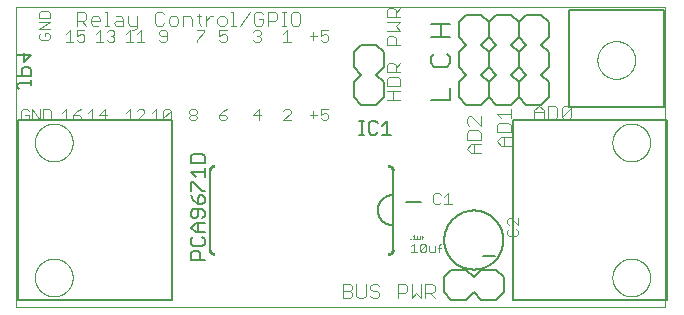
<source format=gto>
G75*
%MOIN*%
%OFA0B0*%
%FSLAX25Y25*%
%IPPOS*%
%LPD*%
%AMOC8*
5,1,8,0,0,1.08239X$1,22.5*
%
%ADD10C,0.00000*%
%ADD11C,0.00600*%
%ADD12C,0.00300*%
%ADD13C,0.00800*%
%ADD14C,0.00400*%
%ADD15C,0.00500*%
%ADD16C,0.00100*%
%ADD17C,0.00060*%
D10*
X0031420Y0001000D02*
X0031420Y0101000D01*
X0247670Y0101000D01*
X0247670Y0001000D01*
X0031420Y0001000D01*
X0037621Y0011000D02*
X0037623Y0011158D01*
X0037629Y0011316D01*
X0037639Y0011474D01*
X0037653Y0011632D01*
X0037671Y0011789D01*
X0037692Y0011946D01*
X0037718Y0012102D01*
X0037748Y0012258D01*
X0037781Y0012413D01*
X0037819Y0012566D01*
X0037860Y0012719D01*
X0037905Y0012871D01*
X0037954Y0013022D01*
X0038007Y0013171D01*
X0038063Y0013319D01*
X0038123Y0013465D01*
X0038187Y0013610D01*
X0038255Y0013753D01*
X0038326Y0013895D01*
X0038400Y0014035D01*
X0038478Y0014172D01*
X0038560Y0014308D01*
X0038644Y0014442D01*
X0038733Y0014573D01*
X0038824Y0014702D01*
X0038919Y0014829D01*
X0039016Y0014954D01*
X0039117Y0015076D01*
X0039221Y0015195D01*
X0039328Y0015312D01*
X0039438Y0015426D01*
X0039551Y0015537D01*
X0039666Y0015646D01*
X0039784Y0015751D01*
X0039905Y0015853D01*
X0040028Y0015953D01*
X0040154Y0016049D01*
X0040282Y0016142D01*
X0040412Y0016232D01*
X0040545Y0016318D01*
X0040680Y0016402D01*
X0040816Y0016481D01*
X0040955Y0016558D01*
X0041096Y0016630D01*
X0041238Y0016700D01*
X0041382Y0016765D01*
X0041528Y0016827D01*
X0041675Y0016885D01*
X0041824Y0016940D01*
X0041974Y0016991D01*
X0042125Y0017038D01*
X0042277Y0017081D01*
X0042430Y0017120D01*
X0042585Y0017156D01*
X0042740Y0017187D01*
X0042896Y0017215D01*
X0043052Y0017239D01*
X0043209Y0017259D01*
X0043367Y0017275D01*
X0043524Y0017287D01*
X0043683Y0017295D01*
X0043841Y0017299D01*
X0043999Y0017299D01*
X0044157Y0017295D01*
X0044316Y0017287D01*
X0044473Y0017275D01*
X0044631Y0017259D01*
X0044788Y0017239D01*
X0044944Y0017215D01*
X0045100Y0017187D01*
X0045255Y0017156D01*
X0045410Y0017120D01*
X0045563Y0017081D01*
X0045715Y0017038D01*
X0045866Y0016991D01*
X0046016Y0016940D01*
X0046165Y0016885D01*
X0046312Y0016827D01*
X0046458Y0016765D01*
X0046602Y0016700D01*
X0046744Y0016630D01*
X0046885Y0016558D01*
X0047024Y0016481D01*
X0047160Y0016402D01*
X0047295Y0016318D01*
X0047428Y0016232D01*
X0047558Y0016142D01*
X0047686Y0016049D01*
X0047812Y0015953D01*
X0047935Y0015853D01*
X0048056Y0015751D01*
X0048174Y0015646D01*
X0048289Y0015537D01*
X0048402Y0015426D01*
X0048512Y0015312D01*
X0048619Y0015195D01*
X0048723Y0015076D01*
X0048824Y0014954D01*
X0048921Y0014829D01*
X0049016Y0014702D01*
X0049107Y0014573D01*
X0049196Y0014442D01*
X0049280Y0014308D01*
X0049362Y0014172D01*
X0049440Y0014035D01*
X0049514Y0013895D01*
X0049585Y0013753D01*
X0049653Y0013610D01*
X0049717Y0013465D01*
X0049777Y0013319D01*
X0049833Y0013171D01*
X0049886Y0013022D01*
X0049935Y0012871D01*
X0049980Y0012719D01*
X0050021Y0012566D01*
X0050059Y0012413D01*
X0050092Y0012258D01*
X0050122Y0012102D01*
X0050148Y0011946D01*
X0050169Y0011789D01*
X0050187Y0011632D01*
X0050201Y0011474D01*
X0050211Y0011316D01*
X0050217Y0011158D01*
X0050219Y0011000D01*
X0050217Y0010842D01*
X0050211Y0010684D01*
X0050201Y0010526D01*
X0050187Y0010368D01*
X0050169Y0010211D01*
X0050148Y0010054D01*
X0050122Y0009898D01*
X0050092Y0009742D01*
X0050059Y0009587D01*
X0050021Y0009434D01*
X0049980Y0009281D01*
X0049935Y0009129D01*
X0049886Y0008978D01*
X0049833Y0008829D01*
X0049777Y0008681D01*
X0049717Y0008535D01*
X0049653Y0008390D01*
X0049585Y0008247D01*
X0049514Y0008105D01*
X0049440Y0007965D01*
X0049362Y0007828D01*
X0049280Y0007692D01*
X0049196Y0007558D01*
X0049107Y0007427D01*
X0049016Y0007298D01*
X0048921Y0007171D01*
X0048824Y0007046D01*
X0048723Y0006924D01*
X0048619Y0006805D01*
X0048512Y0006688D01*
X0048402Y0006574D01*
X0048289Y0006463D01*
X0048174Y0006354D01*
X0048056Y0006249D01*
X0047935Y0006147D01*
X0047812Y0006047D01*
X0047686Y0005951D01*
X0047558Y0005858D01*
X0047428Y0005768D01*
X0047295Y0005682D01*
X0047160Y0005598D01*
X0047024Y0005519D01*
X0046885Y0005442D01*
X0046744Y0005370D01*
X0046602Y0005300D01*
X0046458Y0005235D01*
X0046312Y0005173D01*
X0046165Y0005115D01*
X0046016Y0005060D01*
X0045866Y0005009D01*
X0045715Y0004962D01*
X0045563Y0004919D01*
X0045410Y0004880D01*
X0045255Y0004844D01*
X0045100Y0004813D01*
X0044944Y0004785D01*
X0044788Y0004761D01*
X0044631Y0004741D01*
X0044473Y0004725D01*
X0044316Y0004713D01*
X0044157Y0004705D01*
X0043999Y0004701D01*
X0043841Y0004701D01*
X0043683Y0004705D01*
X0043524Y0004713D01*
X0043367Y0004725D01*
X0043209Y0004741D01*
X0043052Y0004761D01*
X0042896Y0004785D01*
X0042740Y0004813D01*
X0042585Y0004844D01*
X0042430Y0004880D01*
X0042277Y0004919D01*
X0042125Y0004962D01*
X0041974Y0005009D01*
X0041824Y0005060D01*
X0041675Y0005115D01*
X0041528Y0005173D01*
X0041382Y0005235D01*
X0041238Y0005300D01*
X0041096Y0005370D01*
X0040955Y0005442D01*
X0040816Y0005519D01*
X0040680Y0005598D01*
X0040545Y0005682D01*
X0040412Y0005768D01*
X0040282Y0005858D01*
X0040154Y0005951D01*
X0040028Y0006047D01*
X0039905Y0006147D01*
X0039784Y0006249D01*
X0039666Y0006354D01*
X0039551Y0006463D01*
X0039438Y0006574D01*
X0039328Y0006688D01*
X0039221Y0006805D01*
X0039117Y0006924D01*
X0039016Y0007046D01*
X0038919Y0007171D01*
X0038824Y0007298D01*
X0038733Y0007427D01*
X0038644Y0007558D01*
X0038560Y0007692D01*
X0038478Y0007828D01*
X0038400Y0007965D01*
X0038326Y0008105D01*
X0038255Y0008247D01*
X0038187Y0008390D01*
X0038123Y0008535D01*
X0038063Y0008681D01*
X0038007Y0008829D01*
X0037954Y0008978D01*
X0037905Y0009129D01*
X0037860Y0009281D01*
X0037819Y0009434D01*
X0037781Y0009587D01*
X0037748Y0009742D01*
X0037718Y0009898D01*
X0037692Y0010054D01*
X0037671Y0010211D01*
X0037653Y0010368D01*
X0037639Y0010526D01*
X0037629Y0010684D01*
X0037623Y0010842D01*
X0037621Y0011000D01*
X0037621Y0056000D02*
X0037623Y0056158D01*
X0037629Y0056316D01*
X0037639Y0056474D01*
X0037653Y0056632D01*
X0037671Y0056789D01*
X0037692Y0056946D01*
X0037718Y0057102D01*
X0037748Y0057258D01*
X0037781Y0057413D01*
X0037819Y0057566D01*
X0037860Y0057719D01*
X0037905Y0057871D01*
X0037954Y0058022D01*
X0038007Y0058171D01*
X0038063Y0058319D01*
X0038123Y0058465D01*
X0038187Y0058610D01*
X0038255Y0058753D01*
X0038326Y0058895D01*
X0038400Y0059035D01*
X0038478Y0059172D01*
X0038560Y0059308D01*
X0038644Y0059442D01*
X0038733Y0059573D01*
X0038824Y0059702D01*
X0038919Y0059829D01*
X0039016Y0059954D01*
X0039117Y0060076D01*
X0039221Y0060195D01*
X0039328Y0060312D01*
X0039438Y0060426D01*
X0039551Y0060537D01*
X0039666Y0060646D01*
X0039784Y0060751D01*
X0039905Y0060853D01*
X0040028Y0060953D01*
X0040154Y0061049D01*
X0040282Y0061142D01*
X0040412Y0061232D01*
X0040545Y0061318D01*
X0040680Y0061402D01*
X0040816Y0061481D01*
X0040955Y0061558D01*
X0041096Y0061630D01*
X0041238Y0061700D01*
X0041382Y0061765D01*
X0041528Y0061827D01*
X0041675Y0061885D01*
X0041824Y0061940D01*
X0041974Y0061991D01*
X0042125Y0062038D01*
X0042277Y0062081D01*
X0042430Y0062120D01*
X0042585Y0062156D01*
X0042740Y0062187D01*
X0042896Y0062215D01*
X0043052Y0062239D01*
X0043209Y0062259D01*
X0043367Y0062275D01*
X0043524Y0062287D01*
X0043683Y0062295D01*
X0043841Y0062299D01*
X0043999Y0062299D01*
X0044157Y0062295D01*
X0044316Y0062287D01*
X0044473Y0062275D01*
X0044631Y0062259D01*
X0044788Y0062239D01*
X0044944Y0062215D01*
X0045100Y0062187D01*
X0045255Y0062156D01*
X0045410Y0062120D01*
X0045563Y0062081D01*
X0045715Y0062038D01*
X0045866Y0061991D01*
X0046016Y0061940D01*
X0046165Y0061885D01*
X0046312Y0061827D01*
X0046458Y0061765D01*
X0046602Y0061700D01*
X0046744Y0061630D01*
X0046885Y0061558D01*
X0047024Y0061481D01*
X0047160Y0061402D01*
X0047295Y0061318D01*
X0047428Y0061232D01*
X0047558Y0061142D01*
X0047686Y0061049D01*
X0047812Y0060953D01*
X0047935Y0060853D01*
X0048056Y0060751D01*
X0048174Y0060646D01*
X0048289Y0060537D01*
X0048402Y0060426D01*
X0048512Y0060312D01*
X0048619Y0060195D01*
X0048723Y0060076D01*
X0048824Y0059954D01*
X0048921Y0059829D01*
X0049016Y0059702D01*
X0049107Y0059573D01*
X0049196Y0059442D01*
X0049280Y0059308D01*
X0049362Y0059172D01*
X0049440Y0059035D01*
X0049514Y0058895D01*
X0049585Y0058753D01*
X0049653Y0058610D01*
X0049717Y0058465D01*
X0049777Y0058319D01*
X0049833Y0058171D01*
X0049886Y0058022D01*
X0049935Y0057871D01*
X0049980Y0057719D01*
X0050021Y0057566D01*
X0050059Y0057413D01*
X0050092Y0057258D01*
X0050122Y0057102D01*
X0050148Y0056946D01*
X0050169Y0056789D01*
X0050187Y0056632D01*
X0050201Y0056474D01*
X0050211Y0056316D01*
X0050217Y0056158D01*
X0050219Y0056000D01*
X0050217Y0055842D01*
X0050211Y0055684D01*
X0050201Y0055526D01*
X0050187Y0055368D01*
X0050169Y0055211D01*
X0050148Y0055054D01*
X0050122Y0054898D01*
X0050092Y0054742D01*
X0050059Y0054587D01*
X0050021Y0054434D01*
X0049980Y0054281D01*
X0049935Y0054129D01*
X0049886Y0053978D01*
X0049833Y0053829D01*
X0049777Y0053681D01*
X0049717Y0053535D01*
X0049653Y0053390D01*
X0049585Y0053247D01*
X0049514Y0053105D01*
X0049440Y0052965D01*
X0049362Y0052828D01*
X0049280Y0052692D01*
X0049196Y0052558D01*
X0049107Y0052427D01*
X0049016Y0052298D01*
X0048921Y0052171D01*
X0048824Y0052046D01*
X0048723Y0051924D01*
X0048619Y0051805D01*
X0048512Y0051688D01*
X0048402Y0051574D01*
X0048289Y0051463D01*
X0048174Y0051354D01*
X0048056Y0051249D01*
X0047935Y0051147D01*
X0047812Y0051047D01*
X0047686Y0050951D01*
X0047558Y0050858D01*
X0047428Y0050768D01*
X0047295Y0050682D01*
X0047160Y0050598D01*
X0047024Y0050519D01*
X0046885Y0050442D01*
X0046744Y0050370D01*
X0046602Y0050300D01*
X0046458Y0050235D01*
X0046312Y0050173D01*
X0046165Y0050115D01*
X0046016Y0050060D01*
X0045866Y0050009D01*
X0045715Y0049962D01*
X0045563Y0049919D01*
X0045410Y0049880D01*
X0045255Y0049844D01*
X0045100Y0049813D01*
X0044944Y0049785D01*
X0044788Y0049761D01*
X0044631Y0049741D01*
X0044473Y0049725D01*
X0044316Y0049713D01*
X0044157Y0049705D01*
X0043999Y0049701D01*
X0043841Y0049701D01*
X0043683Y0049705D01*
X0043524Y0049713D01*
X0043367Y0049725D01*
X0043209Y0049741D01*
X0043052Y0049761D01*
X0042896Y0049785D01*
X0042740Y0049813D01*
X0042585Y0049844D01*
X0042430Y0049880D01*
X0042277Y0049919D01*
X0042125Y0049962D01*
X0041974Y0050009D01*
X0041824Y0050060D01*
X0041675Y0050115D01*
X0041528Y0050173D01*
X0041382Y0050235D01*
X0041238Y0050300D01*
X0041096Y0050370D01*
X0040955Y0050442D01*
X0040816Y0050519D01*
X0040680Y0050598D01*
X0040545Y0050682D01*
X0040412Y0050768D01*
X0040282Y0050858D01*
X0040154Y0050951D01*
X0040028Y0051047D01*
X0039905Y0051147D01*
X0039784Y0051249D01*
X0039666Y0051354D01*
X0039551Y0051463D01*
X0039438Y0051574D01*
X0039328Y0051688D01*
X0039221Y0051805D01*
X0039117Y0051924D01*
X0039016Y0052046D01*
X0038919Y0052171D01*
X0038824Y0052298D01*
X0038733Y0052427D01*
X0038644Y0052558D01*
X0038560Y0052692D01*
X0038478Y0052828D01*
X0038400Y0052965D01*
X0038326Y0053105D01*
X0038255Y0053247D01*
X0038187Y0053390D01*
X0038123Y0053535D01*
X0038063Y0053681D01*
X0038007Y0053829D01*
X0037954Y0053978D01*
X0037905Y0054129D01*
X0037860Y0054281D01*
X0037819Y0054434D01*
X0037781Y0054587D01*
X0037748Y0054742D01*
X0037718Y0054898D01*
X0037692Y0055054D01*
X0037671Y0055211D01*
X0037653Y0055368D01*
X0037639Y0055526D01*
X0037629Y0055684D01*
X0037623Y0055842D01*
X0037621Y0056000D01*
X0225121Y0083500D02*
X0225123Y0083658D01*
X0225129Y0083816D01*
X0225139Y0083974D01*
X0225153Y0084132D01*
X0225171Y0084289D01*
X0225192Y0084446D01*
X0225218Y0084602D01*
X0225248Y0084758D01*
X0225281Y0084913D01*
X0225319Y0085066D01*
X0225360Y0085219D01*
X0225405Y0085371D01*
X0225454Y0085522D01*
X0225507Y0085671D01*
X0225563Y0085819D01*
X0225623Y0085965D01*
X0225687Y0086110D01*
X0225755Y0086253D01*
X0225826Y0086395D01*
X0225900Y0086535D01*
X0225978Y0086672D01*
X0226060Y0086808D01*
X0226144Y0086942D01*
X0226233Y0087073D01*
X0226324Y0087202D01*
X0226419Y0087329D01*
X0226516Y0087454D01*
X0226617Y0087576D01*
X0226721Y0087695D01*
X0226828Y0087812D01*
X0226938Y0087926D01*
X0227051Y0088037D01*
X0227166Y0088146D01*
X0227284Y0088251D01*
X0227405Y0088353D01*
X0227528Y0088453D01*
X0227654Y0088549D01*
X0227782Y0088642D01*
X0227912Y0088732D01*
X0228045Y0088818D01*
X0228180Y0088902D01*
X0228316Y0088981D01*
X0228455Y0089058D01*
X0228596Y0089130D01*
X0228738Y0089200D01*
X0228882Y0089265D01*
X0229028Y0089327D01*
X0229175Y0089385D01*
X0229324Y0089440D01*
X0229474Y0089491D01*
X0229625Y0089538D01*
X0229777Y0089581D01*
X0229930Y0089620D01*
X0230085Y0089656D01*
X0230240Y0089687D01*
X0230396Y0089715D01*
X0230552Y0089739D01*
X0230709Y0089759D01*
X0230867Y0089775D01*
X0231024Y0089787D01*
X0231183Y0089795D01*
X0231341Y0089799D01*
X0231499Y0089799D01*
X0231657Y0089795D01*
X0231816Y0089787D01*
X0231973Y0089775D01*
X0232131Y0089759D01*
X0232288Y0089739D01*
X0232444Y0089715D01*
X0232600Y0089687D01*
X0232755Y0089656D01*
X0232910Y0089620D01*
X0233063Y0089581D01*
X0233215Y0089538D01*
X0233366Y0089491D01*
X0233516Y0089440D01*
X0233665Y0089385D01*
X0233812Y0089327D01*
X0233958Y0089265D01*
X0234102Y0089200D01*
X0234244Y0089130D01*
X0234385Y0089058D01*
X0234524Y0088981D01*
X0234660Y0088902D01*
X0234795Y0088818D01*
X0234928Y0088732D01*
X0235058Y0088642D01*
X0235186Y0088549D01*
X0235312Y0088453D01*
X0235435Y0088353D01*
X0235556Y0088251D01*
X0235674Y0088146D01*
X0235789Y0088037D01*
X0235902Y0087926D01*
X0236012Y0087812D01*
X0236119Y0087695D01*
X0236223Y0087576D01*
X0236324Y0087454D01*
X0236421Y0087329D01*
X0236516Y0087202D01*
X0236607Y0087073D01*
X0236696Y0086942D01*
X0236780Y0086808D01*
X0236862Y0086672D01*
X0236940Y0086535D01*
X0237014Y0086395D01*
X0237085Y0086253D01*
X0237153Y0086110D01*
X0237217Y0085965D01*
X0237277Y0085819D01*
X0237333Y0085671D01*
X0237386Y0085522D01*
X0237435Y0085371D01*
X0237480Y0085219D01*
X0237521Y0085066D01*
X0237559Y0084913D01*
X0237592Y0084758D01*
X0237622Y0084602D01*
X0237648Y0084446D01*
X0237669Y0084289D01*
X0237687Y0084132D01*
X0237701Y0083974D01*
X0237711Y0083816D01*
X0237717Y0083658D01*
X0237719Y0083500D01*
X0237717Y0083342D01*
X0237711Y0083184D01*
X0237701Y0083026D01*
X0237687Y0082868D01*
X0237669Y0082711D01*
X0237648Y0082554D01*
X0237622Y0082398D01*
X0237592Y0082242D01*
X0237559Y0082087D01*
X0237521Y0081934D01*
X0237480Y0081781D01*
X0237435Y0081629D01*
X0237386Y0081478D01*
X0237333Y0081329D01*
X0237277Y0081181D01*
X0237217Y0081035D01*
X0237153Y0080890D01*
X0237085Y0080747D01*
X0237014Y0080605D01*
X0236940Y0080465D01*
X0236862Y0080328D01*
X0236780Y0080192D01*
X0236696Y0080058D01*
X0236607Y0079927D01*
X0236516Y0079798D01*
X0236421Y0079671D01*
X0236324Y0079546D01*
X0236223Y0079424D01*
X0236119Y0079305D01*
X0236012Y0079188D01*
X0235902Y0079074D01*
X0235789Y0078963D01*
X0235674Y0078854D01*
X0235556Y0078749D01*
X0235435Y0078647D01*
X0235312Y0078547D01*
X0235186Y0078451D01*
X0235058Y0078358D01*
X0234928Y0078268D01*
X0234795Y0078182D01*
X0234660Y0078098D01*
X0234524Y0078019D01*
X0234385Y0077942D01*
X0234244Y0077870D01*
X0234102Y0077800D01*
X0233958Y0077735D01*
X0233812Y0077673D01*
X0233665Y0077615D01*
X0233516Y0077560D01*
X0233366Y0077509D01*
X0233215Y0077462D01*
X0233063Y0077419D01*
X0232910Y0077380D01*
X0232755Y0077344D01*
X0232600Y0077313D01*
X0232444Y0077285D01*
X0232288Y0077261D01*
X0232131Y0077241D01*
X0231973Y0077225D01*
X0231816Y0077213D01*
X0231657Y0077205D01*
X0231499Y0077201D01*
X0231341Y0077201D01*
X0231183Y0077205D01*
X0231024Y0077213D01*
X0230867Y0077225D01*
X0230709Y0077241D01*
X0230552Y0077261D01*
X0230396Y0077285D01*
X0230240Y0077313D01*
X0230085Y0077344D01*
X0229930Y0077380D01*
X0229777Y0077419D01*
X0229625Y0077462D01*
X0229474Y0077509D01*
X0229324Y0077560D01*
X0229175Y0077615D01*
X0229028Y0077673D01*
X0228882Y0077735D01*
X0228738Y0077800D01*
X0228596Y0077870D01*
X0228455Y0077942D01*
X0228316Y0078019D01*
X0228180Y0078098D01*
X0228045Y0078182D01*
X0227912Y0078268D01*
X0227782Y0078358D01*
X0227654Y0078451D01*
X0227528Y0078547D01*
X0227405Y0078647D01*
X0227284Y0078749D01*
X0227166Y0078854D01*
X0227051Y0078963D01*
X0226938Y0079074D01*
X0226828Y0079188D01*
X0226721Y0079305D01*
X0226617Y0079424D01*
X0226516Y0079546D01*
X0226419Y0079671D01*
X0226324Y0079798D01*
X0226233Y0079927D01*
X0226144Y0080058D01*
X0226060Y0080192D01*
X0225978Y0080328D01*
X0225900Y0080465D01*
X0225826Y0080605D01*
X0225755Y0080747D01*
X0225687Y0080890D01*
X0225623Y0081035D01*
X0225563Y0081181D01*
X0225507Y0081329D01*
X0225454Y0081478D01*
X0225405Y0081629D01*
X0225360Y0081781D01*
X0225319Y0081934D01*
X0225281Y0082087D01*
X0225248Y0082242D01*
X0225218Y0082398D01*
X0225192Y0082554D01*
X0225171Y0082711D01*
X0225153Y0082868D01*
X0225139Y0083026D01*
X0225129Y0083184D01*
X0225123Y0083342D01*
X0225121Y0083500D01*
X0230121Y0056000D02*
X0230123Y0056158D01*
X0230129Y0056316D01*
X0230139Y0056474D01*
X0230153Y0056632D01*
X0230171Y0056789D01*
X0230192Y0056946D01*
X0230218Y0057102D01*
X0230248Y0057258D01*
X0230281Y0057413D01*
X0230319Y0057566D01*
X0230360Y0057719D01*
X0230405Y0057871D01*
X0230454Y0058022D01*
X0230507Y0058171D01*
X0230563Y0058319D01*
X0230623Y0058465D01*
X0230687Y0058610D01*
X0230755Y0058753D01*
X0230826Y0058895D01*
X0230900Y0059035D01*
X0230978Y0059172D01*
X0231060Y0059308D01*
X0231144Y0059442D01*
X0231233Y0059573D01*
X0231324Y0059702D01*
X0231419Y0059829D01*
X0231516Y0059954D01*
X0231617Y0060076D01*
X0231721Y0060195D01*
X0231828Y0060312D01*
X0231938Y0060426D01*
X0232051Y0060537D01*
X0232166Y0060646D01*
X0232284Y0060751D01*
X0232405Y0060853D01*
X0232528Y0060953D01*
X0232654Y0061049D01*
X0232782Y0061142D01*
X0232912Y0061232D01*
X0233045Y0061318D01*
X0233180Y0061402D01*
X0233316Y0061481D01*
X0233455Y0061558D01*
X0233596Y0061630D01*
X0233738Y0061700D01*
X0233882Y0061765D01*
X0234028Y0061827D01*
X0234175Y0061885D01*
X0234324Y0061940D01*
X0234474Y0061991D01*
X0234625Y0062038D01*
X0234777Y0062081D01*
X0234930Y0062120D01*
X0235085Y0062156D01*
X0235240Y0062187D01*
X0235396Y0062215D01*
X0235552Y0062239D01*
X0235709Y0062259D01*
X0235867Y0062275D01*
X0236024Y0062287D01*
X0236183Y0062295D01*
X0236341Y0062299D01*
X0236499Y0062299D01*
X0236657Y0062295D01*
X0236816Y0062287D01*
X0236973Y0062275D01*
X0237131Y0062259D01*
X0237288Y0062239D01*
X0237444Y0062215D01*
X0237600Y0062187D01*
X0237755Y0062156D01*
X0237910Y0062120D01*
X0238063Y0062081D01*
X0238215Y0062038D01*
X0238366Y0061991D01*
X0238516Y0061940D01*
X0238665Y0061885D01*
X0238812Y0061827D01*
X0238958Y0061765D01*
X0239102Y0061700D01*
X0239244Y0061630D01*
X0239385Y0061558D01*
X0239524Y0061481D01*
X0239660Y0061402D01*
X0239795Y0061318D01*
X0239928Y0061232D01*
X0240058Y0061142D01*
X0240186Y0061049D01*
X0240312Y0060953D01*
X0240435Y0060853D01*
X0240556Y0060751D01*
X0240674Y0060646D01*
X0240789Y0060537D01*
X0240902Y0060426D01*
X0241012Y0060312D01*
X0241119Y0060195D01*
X0241223Y0060076D01*
X0241324Y0059954D01*
X0241421Y0059829D01*
X0241516Y0059702D01*
X0241607Y0059573D01*
X0241696Y0059442D01*
X0241780Y0059308D01*
X0241862Y0059172D01*
X0241940Y0059035D01*
X0242014Y0058895D01*
X0242085Y0058753D01*
X0242153Y0058610D01*
X0242217Y0058465D01*
X0242277Y0058319D01*
X0242333Y0058171D01*
X0242386Y0058022D01*
X0242435Y0057871D01*
X0242480Y0057719D01*
X0242521Y0057566D01*
X0242559Y0057413D01*
X0242592Y0057258D01*
X0242622Y0057102D01*
X0242648Y0056946D01*
X0242669Y0056789D01*
X0242687Y0056632D01*
X0242701Y0056474D01*
X0242711Y0056316D01*
X0242717Y0056158D01*
X0242719Y0056000D01*
X0242717Y0055842D01*
X0242711Y0055684D01*
X0242701Y0055526D01*
X0242687Y0055368D01*
X0242669Y0055211D01*
X0242648Y0055054D01*
X0242622Y0054898D01*
X0242592Y0054742D01*
X0242559Y0054587D01*
X0242521Y0054434D01*
X0242480Y0054281D01*
X0242435Y0054129D01*
X0242386Y0053978D01*
X0242333Y0053829D01*
X0242277Y0053681D01*
X0242217Y0053535D01*
X0242153Y0053390D01*
X0242085Y0053247D01*
X0242014Y0053105D01*
X0241940Y0052965D01*
X0241862Y0052828D01*
X0241780Y0052692D01*
X0241696Y0052558D01*
X0241607Y0052427D01*
X0241516Y0052298D01*
X0241421Y0052171D01*
X0241324Y0052046D01*
X0241223Y0051924D01*
X0241119Y0051805D01*
X0241012Y0051688D01*
X0240902Y0051574D01*
X0240789Y0051463D01*
X0240674Y0051354D01*
X0240556Y0051249D01*
X0240435Y0051147D01*
X0240312Y0051047D01*
X0240186Y0050951D01*
X0240058Y0050858D01*
X0239928Y0050768D01*
X0239795Y0050682D01*
X0239660Y0050598D01*
X0239524Y0050519D01*
X0239385Y0050442D01*
X0239244Y0050370D01*
X0239102Y0050300D01*
X0238958Y0050235D01*
X0238812Y0050173D01*
X0238665Y0050115D01*
X0238516Y0050060D01*
X0238366Y0050009D01*
X0238215Y0049962D01*
X0238063Y0049919D01*
X0237910Y0049880D01*
X0237755Y0049844D01*
X0237600Y0049813D01*
X0237444Y0049785D01*
X0237288Y0049761D01*
X0237131Y0049741D01*
X0236973Y0049725D01*
X0236816Y0049713D01*
X0236657Y0049705D01*
X0236499Y0049701D01*
X0236341Y0049701D01*
X0236183Y0049705D01*
X0236024Y0049713D01*
X0235867Y0049725D01*
X0235709Y0049741D01*
X0235552Y0049761D01*
X0235396Y0049785D01*
X0235240Y0049813D01*
X0235085Y0049844D01*
X0234930Y0049880D01*
X0234777Y0049919D01*
X0234625Y0049962D01*
X0234474Y0050009D01*
X0234324Y0050060D01*
X0234175Y0050115D01*
X0234028Y0050173D01*
X0233882Y0050235D01*
X0233738Y0050300D01*
X0233596Y0050370D01*
X0233455Y0050442D01*
X0233316Y0050519D01*
X0233180Y0050598D01*
X0233045Y0050682D01*
X0232912Y0050768D01*
X0232782Y0050858D01*
X0232654Y0050951D01*
X0232528Y0051047D01*
X0232405Y0051147D01*
X0232284Y0051249D01*
X0232166Y0051354D01*
X0232051Y0051463D01*
X0231938Y0051574D01*
X0231828Y0051688D01*
X0231721Y0051805D01*
X0231617Y0051924D01*
X0231516Y0052046D01*
X0231419Y0052171D01*
X0231324Y0052298D01*
X0231233Y0052427D01*
X0231144Y0052558D01*
X0231060Y0052692D01*
X0230978Y0052828D01*
X0230900Y0052965D01*
X0230826Y0053105D01*
X0230755Y0053247D01*
X0230687Y0053390D01*
X0230623Y0053535D01*
X0230563Y0053681D01*
X0230507Y0053829D01*
X0230454Y0053978D01*
X0230405Y0054129D01*
X0230360Y0054281D01*
X0230319Y0054434D01*
X0230281Y0054587D01*
X0230248Y0054742D01*
X0230218Y0054898D01*
X0230192Y0055054D01*
X0230171Y0055211D01*
X0230153Y0055368D01*
X0230139Y0055526D01*
X0230129Y0055684D01*
X0230123Y0055842D01*
X0230121Y0056000D01*
X0230121Y0011000D02*
X0230123Y0011158D01*
X0230129Y0011316D01*
X0230139Y0011474D01*
X0230153Y0011632D01*
X0230171Y0011789D01*
X0230192Y0011946D01*
X0230218Y0012102D01*
X0230248Y0012258D01*
X0230281Y0012413D01*
X0230319Y0012566D01*
X0230360Y0012719D01*
X0230405Y0012871D01*
X0230454Y0013022D01*
X0230507Y0013171D01*
X0230563Y0013319D01*
X0230623Y0013465D01*
X0230687Y0013610D01*
X0230755Y0013753D01*
X0230826Y0013895D01*
X0230900Y0014035D01*
X0230978Y0014172D01*
X0231060Y0014308D01*
X0231144Y0014442D01*
X0231233Y0014573D01*
X0231324Y0014702D01*
X0231419Y0014829D01*
X0231516Y0014954D01*
X0231617Y0015076D01*
X0231721Y0015195D01*
X0231828Y0015312D01*
X0231938Y0015426D01*
X0232051Y0015537D01*
X0232166Y0015646D01*
X0232284Y0015751D01*
X0232405Y0015853D01*
X0232528Y0015953D01*
X0232654Y0016049D01*
X0232782Y0016142D01*
X0232912Y0016232D01*
X0233045Y0016318D01*
X0233180Y0016402D01*
X0233316Y0016481D01*
X0233455Y0016558D01*
X0233596Y0016630D01*
X0233738Y0016700D01*
X0233882Y0016765D01*
X0234028Y0016827D01*
X0234175Y0016885D01*
X0234324Y0016940D01*
X0234474Y0016991D01*
X0234625Y0017038D01*
X0234777Y0017081D01*
X0234930Y0017120D01*
X0235085Y0017156D01*
X0235240Y0017187D01*
X0235396Y0017215D01*
X0235552Y0017239D01*
X0235709Y0017259D01*
X0235867Y0017275D01*
X0236024Y0017287D01*
X0236183Y0017295D01*
X0236341Y0017299D01*
X0236499Y0017299D01*
X0236657Y0017295D01*
X0236816Y0017287D01*
X0236973Y0017275D01*
X0237131Y0017259D01*
X0237288Y0017239D01*
X0237444Y0017215D01*
X0237600Y0017187D01*
X0237755Y0017156D01*
X0237910Y0017120D01*
X0238063Y0017081D01*
X0238215Y0017038D01*
X0238366Y0016991D01*
X0238516Y0016940D01*
X0238665Y0016885D01*
X0238812Y0016827D01*
X0238958Y0016765D01*
X0239102Y0016700D01*
X0239244Y0016630D01*
X0239385Y0016558D01*
X0239524Y0016481D01*
X0239660Y0016402D01*
X0239795Y0016318D01*
X0239928Y0016232D01*
X0240058Y0016142D01*
X0240186Y0016049D01*
X0240312Y0015953D01*
X0240435Y0015853D01*
X0240556Y0015751D01*
X0240674Y0015646D01*
X0240789Y0015537D01*
X0240902Y0015426D01*
X0241012Y0015312D01*
X0241119Y0015195D01*
X0241223Y0015076D01*
X0241324Y0014954D01*
X0241421Y0014829D01*
X0241516Y0014702D01*
X0241607Y0014573D01*
X0241696Y0014442D01*
X0241780Y0014308D01*
X0241862Y0014172D01*
X0241940Y0014035D01*
X0242014Y0013895D01*
X0242085Y0013753D01*
X0242153Y0013610D01*
X0242217Y0013465D01*
X0242277Y0013319D01*
X0242333Y0013171D01*
X0242386Y0013022D01*
X0242435Y0012871D01*
X0242480Y0012719D01*
X0242521Y0012566D01*
X0242559Y0012413D01*
X0242592Y0012258D01*
X0242622Y0012102D01*
X0242648Y0011946D01*
X0242669Y0011789D01*
X0242687Y0011632D01*
X0242701Y0011474D01*
X0242711Y0011316D01*
X0242717Y0011158D01*
X0242719Y0011000D01*
X0242717Y0010842D01*
X0242711Y0010684D01*
X0242701Y0010526D01*
X0242687Y0010368D01*
X0242669Y0010211D01*
X0242648Y0010054D01*
X0242622Y0009898D01*
X0242592Y0009742D01*
X0242559Y0009587D01*
X0242521Y0009434D01*
X0242480Y0009281D01*
X0242435Y0009129D01*
X0242386Y0008978D01*
X0242333Y0008829D01*
X0242277Y0008681D01*
X0242217Y0008535D01*
X0242153Y0008390D01*
X0242085Y0008247D01*
X0242014Y0008105D01*
X0241940Y0007965D01*
X0241862Y0007828D01*
X0241780Y0007692D01*
X0241696Y0007558D01*
X0241607Y0007427D01*
X0241516Y0007298D01*
X0241421Y0007171D01*
X0241324Y0007046D01*
X0241223Y0006924D01*
X0241119Y0006805D01*
X0241012Y0006688D01*
X0240902Y0006574D01*
X0240789Y0006463D01*
X0240674Y0006354D01*
X0240556Y0006249D01*
X0240435Y0006147D01*
X0240312Y0006047D01*
X0240186Y0005951D01*
X0240058Y0005858D01*
X0239928Y0005768D01*
X0239795Y0005682D01*
X0239660Y0005598D01*
X0239524Y0005519D01*
X0239385Y0005442D01*
X0239244Y0005370D01*
X0239102Y0005300D01*
X0238958Y0005235D01*
X0238812Y0005173D01*
X0238665Y0005115D01*
X0238516Y0005060D01*
X0238366Y0005009D01*
X0238215Y0004962D01*
X0238063Y0004919D01*
X0237910Y0004880D01*
X0237755Y0004844D01*
X0237600Y0004813D01*
X0237444Y0004785D01*
X0237288Y0004761D01*
X0237131Y0004741D01*
X0236973Y0004725D01*
X0236816Y0004713D01*
X0236657Y0004705D01*
X0236499Y0004701D01*
X0236341Y0004701D01*
X0236183Y0004705D01*
X0236024Y0004713D01*
X0235867Y0004725D01*
X0235709Y0004741D01*
X0235552Y0004761D01*
X0235396Y0004785D01*
X0235240Y0004813D01*
X0235085Y0004844D01*
X0234930Y0004880D01*
X0234777Y0004919D01*
X0234625Y0004962D01*
X0234474Y0005009D01*
X0234324Y0005060D01*
X0234175Y0005115D01*
X0234028Y0005173D01*
X0233882Y0005235D01*
X0233738Y0005300D01*
X0233596Y0005370D01*
X0233455Y0005442D01*
X0233316Y0005519D01*
X0233180Y0005598D01*
X0233045Y0005682D01*
X0232912Y0005768D01*
X0232782Y0005858D01*
X0232654Y0005951D01*
X0232528Y0006047D01*
X0232405Y0006147D01*
X0232284Y0006249D01*
X0232166Y0006354D01*
X0232051Y0006463D01*
X0231938Y0006574D01*
X0231828Y0006688D01*
X0231721Y0006805D01*
X0231617Y0006924D01*
X0231516Y0007046D01*
X0231419Y0007171D01*
X0231324Y0007298D01*
X0231233Y0007427D01*
X0231144Y0007558D01*
X0231060Y0007692D01*
X0230978Y0007828D01*
X0230900Y0007965D01*
X0230826Y0008105D01*
X0230755Y0008247D01*
X0230687Y0008390D01*
X0230623Y0008535D01*
X0230563Y0008681D01*
X0230507Y0008829D01*
X0230454Y0008978D01*
X0230405Y0009129D01*
X0230360Y0009281D01*
X0230319Y0009434D01*
X0230281Y0009587D01*
X0230248Y0009742D01*
X0230218Y0009898D01*
X0230192Y0010054D01*
X0230171Y0010211D01*
X0230153Y0010368D01*
X0230139Y0010526D01*
X0230129Y0010684D01*
X0230123Y0010842D01*
X0230121Y0011000D01*
D11*
X0156920Y0020300D02*
X0156920Y0046700D01*
X0156920Y0038500D02*
X0156780Y0038498D01*
X0156640Y0038492D01*
X0156500Y0038482D01*
X0156360Y0038469D01*
X0156221Y0038451D01*
X0156082Y0038429D01*
X0155945Y0038404D01*
X0155807Y0038375D01*
X0155671Y0038342D01*
X0155536Y0038305D01*
X0155402Y0038264D01*
X0155269Y0038219D01*
X0155137Y0038171D01*
X0155007Y0038119D01*
X0154878Y0038064D01*
X0154751Y0038005D01*
X0154625Y0037942D01*
X0154501Y0037876D01*
X0154380Y0037807D01*
X0154260Y0037734D01*
X0154142Y0037657D01*
X0154027Y0037578D01*
X0153913Y0037495D01*
X0153803Y0037409D01*
X0153694Y0037320D01*
X0153588Y0037228D01*
X0153485Y0037133D01*
X0153384Y0037036D01*
X0153287Y0036935D01*
X0153192Y0036832D01*
X0153100Y0036726D01*
X0153011Y0036617D01*
X0152925Y0036507D01*
X0152842Y0036393D01*
X0152763Y0036278D01*
X0152686Y0036160D01*
X0152613Y0036040D01*
X0152544Y0035919D01*
X0152478Y0035795D01*
X0152415Y0035669D01*
X0152356Y0035542D01*
X0152301Y0035413D01*
X0152249Y0035283D01*
X0152201Y0035151D01*
X0152156Y0035018D01*
X0152115Y0034884D01*
X0152078Y0034749D01*
X0152045Y0034613D01*
X0152016Y0034475D01*
X0151991Y0034338D01*
X0151969Y0034199D01*
X0151951Y0034060D01*
X0151938Y0033920D01*
X0151928Y0033780D01*
X0151922Y0033640D01*
X0151920Y0033500D01*
X0151922Y0033360D01*
X0151928Y0033220D01*
X0151938Y0033080D01*
X0151951Y0032940D01*
X0151969Y0032801D01*
X0151991Y0032662D01*
X0152016Y0032525D01*
X0152045Y0032387D01*
X0152078Y0032251D01*
X0152115Y0032116D01*
X0152156Y0031982D01*
X0152201Y0031849D01*
X0152249Y0031717D01*
X0152301Y0031587D01*
X0152356Y0031458D01*
X0152415Y0031331D01*
X0152478Y0031205D01*
X0152544Y0031081D01*
X0152613Y0030960D01*
X0152686Y0030840D01*
X0152763Y0030722D01*
X0152842Y0030607D01*
X0152925Y0030493D01*
X0153011Y0030383D01*
X0153100Y0030274D01*
X0153192Y0030168D01*
X0153287Y0030065D01*
X0153384Y0029964D01*
X0153485Y0029867D01*
X0153588Y0029772D01*
X0153694Y0029680D01*
X0153803Y0029591D01*
X0153913Y0029505D01*
X0154027Y0029422D01*
X0154142Y0029343D01*
X0154260Y0029266D01*
X0154380Y0029193D01*
X0154501Y0029124D01*
X0154625Y0029058D01*
X0154751Y0028995D01*
X0154878Y0028936D01*
X0155007Y0028881D01*
X0155137Y0028829D01*
X0155269Y0028781D01*
X0155402Y0028736D01*
X0155536Y0028695D01*
X0155671Y0028658D01*
X0155807Y0028625D01*
X0155945Y0028596D01*
X0156082Y0028571D01*
X0156221Y0028549D01*
X0156360Y0028531D01*
X0156500Y0028518D01*
X0156640Y0028508D01*
X0156780Y0028502D01*
X0156920Y0028500D01*
X0095920Y0020300D02*
X0095920Y0046700D01*
X0169714Y0070050D02*
X0176120Y0070050D01*
X0176120Y0074320D01*
X0175052Y0081300D02*
X0170782Y0081300D01*
X0169714Y0082368D01*
X0169714Y0084503D01*
X0170782Y0085570D01*
X0175052Y0085570D02*
X0176120Y0084503D01*
X0176120Y0082368D01*
X0175052Y0081300D01*
X0176120Y0091300D02*
X0169714Y0091300D01*
X0172917Y0091300D02*
X0172917Y0095570D01*
X0169714Y0095570D02*
X0176120Y0095570D01*
D12*
X0135355Y0093353D02*
X0132887Y0093353D01*
X0132887Y0091502D01*
X0134121Y0092119D01*
X0134738Y0092119D01*
X0135355Y0091502D01*
X0135355Y0090267D01*
X0134738Y0089650D01*
X0133504Y0089650D01*
X0132887Y0090267D01*
X0131672Y0091502D02*
X0129203Y0091502D01*
X0130438Y0092736D02*
X0130438Y0090267D01*
X0122855Y0089650D02*
X0120387Y0089650D01*
X0121621Y0089650D02*
X0121621Y0093353D01*
X0120387Y0092119D01*
X0112855Y0092119D02*
X0112238Y0091502D01*
X0112855Y0090884D01*
X0112855Y0090267D01*
X0112238Y0089650D01*
X0111004Y0089650D01*
X0110387Y0090267D01*
X0111621Y0091502D02*
X0112238Y0091502D01*
X0112855Y0092119D02*
X0112855Y0092736D01*
X0112238Y0093353D01*
X0111004Y0093353D01*
X0110387Y0092736D01*
X0101605Y0093353D02*
X0099137Y0093353D01*
X0099137Y0091502D01*
X0100371Y0092119D01*
X0100988Y0092119D01*
X0101605Y0091502D01*
X0101605Y0090267D01*
X0100988Y0089650D01*
X0099754Y0089650D01*
X0099137Y0090267D01*
X0094105Y0092736D02*
X0091637Y0090267D01*
X0091637Y0089650D01*
X0094105Y0092736D02*
X0094105Y0093353D01*
X0091637Y0093353D01*
X0081605Y0092736D02*
X0081605Y0090267D01*
X0080988Y0089650D01*
X0079754Y0089650D01*
X0079137Y0090267D01*
X0079754Y0091502D02*
X0081605Y0091502D01*
X0081605Y0092736D02*
X0080988Y0093353D01*
X0079754Y0093353D01*
X0079137Y0092736D01*
X0079137Y0092119D01*
X0079754Y0091502D01*
X0074105Y0089650D02*
X0071637Y0089650D01*
X0070422Y0089650D02*
X0067953Y0089650D01*
X0069188Y0089650D02*
X0069188Y0093353D01*
X0067953Y0092119D01*
X0071637Y0092119D02*
X0072871Y0093353D01*
X0072871Y0089650D01*
X0064105Y0090267D02*
X0063488Y0089650D01*
X0062254Y0089650D01*
X0061637Y0090267D01*
X0060422Y0089650D02*
X0057953Y0089650D01*
X0059188Y0089650D02*
X0059188Y0093353D01*
X0057953Y0092119D01*
X0061637Y0092736D02*
X0062254Y0093353D01*
X0063488Y0093353D01*
X0064105Y0092736D01*
X0064105Y0092119D01*
X0063488Y0091502D01*
X0064105Y0090884D01*
X0064105Y0090267D01*
X0063488Y0091502D02*
X0062871Y0091502D01*
X0054105Y0091502D02*
X0054105Y0090267D01*
X0053488Y0089650D01*
X0052254Y0089650D01*
X0051637Y0090267D01*
X0051637Y0091502D02*
X0052871Y0092119D01*
X0053488Y0092119D01*
X0054105Y0091502D01*
X0051637Y0091502D02*
X0051637Y0093353D01*
X0054105Y0093353D01*
X0049188Y0093353D02*
X0047953Y0092119D01*
X0049188Y0093353D02*
X0049188Y0089650D01*
X0050422Y0089650D02*
X0047953Y0089650D01*
X0042770Y0090718D02*
X0042770Y0091952D01*
X0042152Y0092569D01*
X0040918Y0092569D01*
X0040918Y0091335D01*
X0039684Y0092569D02*
X0039067Y0091952D01*
X0039067Y0090718D01*
X0039684Y0090101D01*
X0042152Y0090101D01*
X0042770Y0090718D01*
X0042770Y0093784D02*
X0039067Y0093784D01*
X0042770Y0096252D01*
X0039067Y0096252D01*
X0039067Y0097467D02*
X0039067Y0099318D01*
X0039684Y0099936D01*
X0042152Y0099936D01*
X0042770Y0099318D01*
X0042770Y0097467D01*
X0039067Y0097467D01*
X0039172Y0067103D02*
X0039172Y0063400D01*
X0036703Y0067103D01*
X0036703Y0063400D01*
X0035489Y0064017D02*
X0035489Y0065252D01*
X0034255Y0065252D01*
X0035489Y0066486D02*
X0034872Y0067103D01*
X0033637Y0067103D01*
X0033020Y0066486D01*
X0033020Y0064017D01*
X0033637Y0063400D01*
X0034872Y0063400D01*
X0035489Y0064017D01*
X0040387Y0063400D02*
X0040387Y0067103D01*
X0042238Y0067103D01*
X0042855Y0066486D01*
X0042855Y0064017D01*
X0042238Y0063400D01*
X0040387Y0063400D01*
X0046703Y0063400D02*
X0049172Y0063400D01*
X0047938Y0063400D02*
X0047938Y0067103D01*
X0046703Y0065869D01*
X0050387Y0065252D02*
X0050387Y0064017D01*
X0051004Y0063400D01*
X0052238Y0063400D01*
X0052855Y0064017D01*
X0052855Y0064634D01*
X0052238Y0065252D01*
X0050387Y0065252D01*
X0051621Y0066486D01*
X0052855Y0067103D01*
X0055453Y0065869D02*
X0056688Y0067103D01*
X0056688Y0063400D01*
X0057922Y0063400D02*
X0055453Y0063400D01*
X0059137Y0065252D02*
X0061605Y0065252D01*
X0060988Y0067103D02*
X0059137Y0065252D01*
X0060988Y0067103D02*
X0060988Y0063400D01*
X0067953Y0063400D02*
X0070422Y0063400D01*
X0071637Y0063400D02*
X0074105Y0065869D01*
X0074105Y0066486D01*
X0073488Y0067103D01*
X0072254Y0067103D01*
X0071637Y0066486D01*
X0069188Y0067103D02*
X0067953Y0065869D01*
X0069188Y0067103D02*
X0069188Y0063400D01*
X0071637Y0063400D02*
X0074105Y0063400D01*
X0076703Y0063400D02*
X0079172Y0063400D01*
X0077938Y0063400D02*
X0077938Y0067103D01*
X0076703Y0065869D01*
X0080387Y0066486D02*
X0080387Y0064017D01*
X0082855Y0066486D01*
X0082855Y0064017D01*
X0082238Y0063400D01*
X0081004Y0063400D01*
X0080387Y0064017D01*
X0080387Y0066486D02*
X0081004Y0067103D01*
X0082238Y0067103D01*
X0082855Y0066486D01*
X0089137Y0066486D02*
X0089137Y0065869D01*
X0089754Y0065252D01*
X0090988Y0065252D01*
X0091605Y0064634D01*
X0091605Y0064017D01*
X0090988Y0063400D01*
X0089754Y0063400D01*
X0089137Y0064017D01*
X0089137Y0064634D01*
X0089754Y0065252D01*
X0090988Y0065252D02*
X0091605Y0065869D01*
X0091605Y0066486D01*
X0090988Y0067103D01*
X0089754Y0067103D01*
X0089137Y0066486D01*
X0099137Y0065252D02*
X0099137Y0064017D01*
X0099754Y0063400D01*
X0100988Y0063400D01*
X0101605Y0064017D01*
X0101605Y0064634D01*
X0100988Y0065252D01*
X0099137Y0065252D01*
X0100371Y0066486D01*
X0101605Y0067103D01*
X0110387Y0065252D02*
X0112855Y0065252D01*
X0112238Y0067103D02*
X0110387Y0065252D01*
X0112238Y0067103D02*
X0112238Y0063400D01*
X0120387Y0063400D02*
X0122855Y0065869D01*
X0122855Y0066486D01*
X0122238Y0067103D01*
X0121004Y0067103D01*
X0120387Y0066486D01*
X0120387Y0063400D02*
X0122855Y0063400D01*
X0129203Y0065252D02*
X0131672Y0065252D01*
X0132887Y0065252D02*
X0132887Y0067103D01*
X0135355Y0067103D01*
X0134738Y0065869D02*
X0134121Y0065869D01*
X0132887Y0065252D01*
X0132887Y0064017D02*
X0133504Y0063400D01*
X0134738Y0063400D01*
X0135355Y0064017D01*
X0135355Y0065252D01*
X0134738Y0065869D01*
X0130438Y0066486D02*
X0130438Y0064017D01*
X0170453Y0038486D02*
X0171071Y0039103D01*
X0172305Y0039103D01*
X0172922Y0038486D01*
X0174137Y0037869D02*
X0175371Y0039103D01*
X0175371Y0035400D01*
X0174137Y0035400D02*
X0176605Y0035400D01*
X0172922Y0036017D02*
X0172305Y0035400D01*
X0171071Y0035400D01*
X0170453Y0036017D01*
X0170453Y0038486D01*
X0195067Y0030318D02*
X0195067Y0029084D01*
X0195684Y0028467D01*
X0195067Y0030318D02*
X0195684Y0030936D01*
X0196301Y0030936D01*
X0198770Y0028467D01*
X0198770Y0030936D01*
X0198152Y0027252D02*
X0198770Y0026635D01*
X0198770Y0025401D01*
X0198152Y0024784D01*
X0195684Y0024784D01*
X0195067Y0025401D01*
X0195067Y0026635D01*
X0195684Y0027252D01*
X0172877Y0022302D02*
X0172393Y0021819D01*
X0172393Y0019400D01*
X0170898Y0019400D02*
X0170898Y0021335D01*
X0171909Y0020851D02*
X0172877Y0020851D01*
X0170898Y0019400D02*
X0169446Y0019400D01*
X0168963Y0019884D01*
X0168963Y0021335D01*
X0167951Y0021819D02*
X0167467Y0022302D01*
X0166500Y0022302D01*
X0166016Y0021819D01*
X0166016Y0019884D01*
X0167951Y0021819D01*
X0167951Y0019884D01*
X0167467Y0019400D01*
X0166500Y0019400D01*
X0166016Y0019884D01*
X0165005Y0019400D02*
X0163070Y0019400D01*
X0164037Y0019400D02*
X0164037Y0022302D01*
X0163070Y0021335D01*
D13*
X0174077Y0023500D02*
X0174080Y0023742D01*
X0174089Y0023983D01*
X0174104Y0024224D01*
X0174124Y0024465D01*
X0174151Y0024705D01*
X0174184Y0024944D01*
X0174222Y0025183D01*
X0174266Y0025420D01*
X0174316Y0025657D01*
X0174372Y0025892D01*
X0174434Y0026125D01*
X0174501Y0026357D01*
X0174574Y0026588D01*
X0174652Y0026816D01*
X0174737Y0027042D01*
X0174826Y0027267D01*
X0174921Y0027489D01*
X0175022Y0027708D01*
X0175128Y0027926D01*
X0175239Y0028140D01*
X0175356Y0028352D01*
X0175477Y0028560D01*
X0175604Y0028766D01*
X0175736Y0028968D01*
X0175873Y0029168D01*
X0176014Y0029363D01*
X0176160Y0029556D01*
X0176311Y0029744D01*
X0176467Y0029929D01*
X0176627Y0030110D01*
X0176791Y0030287D01*
X0176960Y0030460D01*
X0177133Y0030629D01*
X0177310Y0030793D01*
X0177491Y0030953D01*
X0177676Y0031109D01*
X0177864Y0031260D01*
X0178057Y0031406D01*
X0178252Y0031547D01*
X0178452Y0031684D01*
X0178654Y0031816D01*
X0178860Y0031943D01*
X0179068Y0032064D01*
X0179280Y0032181D01*
X0179494Y0032292D01*
X0179712Y0032398D01*
X0179931Y0032499D01*
X0180153Y0032594D01*
X0180378Y0032683D01*
X0180604Y0032768D01*
X0180832Y0032846D01*
X0181063Y0032919D01*
X0181295Y0032986D01*
X0181528Y0033048D01*
X0181763Y0033104D01*
X0182000Y0033154D01*
X0182237Y0033198D01*
X0182476Y0033236D01*
X0182715Y0033269D01*
X0182955Y0033296D01*
X0183196Y0033316D01*
X0183437Y0033331D01*
X0183678Y0033340D01*
X0183920Y0033343D01*
X0184162Y0033340D01*
X0184403Y0033331D01*
X0184644Y0033316D01*
X0184885Y0033296D01*
X0185125Y0033269D01*
X0185364Y0033236D01*
X0185603Y0033198D01*
X0185840Y0033154D01*
X0186077Y0033104D01*
X0186312Y0033048D01*
X0186545Y0032986D01*
X0186777Y0032919D01*
X0187008Y0032846D01*
X0187236Y0032768D01*
X0187462Y0032683D01*
X0187687Y0032594D01*
X0187909Y0032499D01*
X0188128Y0032398D01*
X0188346Y0032292D01*
X0188560Y0032181D01*
X0188772Y0032064D01*
X0188980Y0031943D01*
X0189186Y0031816D01*
X0189388Y0031684D01*
X0189588Y0031547D01*
X0189783Y0031406D01*
X0189976Y0031260D01*
X0190164Y0031109D01*
X0190349Y0030953D01*
X0190530Y0030793D01*
X0190707Y0030629D01*
X0190880Y0030460D01*
X0191049Y0030287D01*
X0191213Y0030110D01*
X0191373Y0029929D01*
X0191529Y0029744D01*
X0191680Y0029556D01*
X0191826Y0029363D01*
X0191967Y0029168D01*
X0192104Y0028968D01*
X0192236Y0028766D01*
X0192363Y0028560D01*
X0192484Y0028352D01*
X0192601Y0028140D01*
X0192712Y0027926D01*
X0192818Y0027708D01*
X0192919Y0027489D01*
X0193014Y0027267D01*
X0193103Y0027042D01*
X0193188Y0026816D01*
X0193266Y0026588D01*
X0193339Y0026357D01*
X0193406Y0026125D01*
X0193468Y0025892D01*
X0193524Y0025657D01*
X0193574Y0025420D01*
X0193618Y0025183D01*
X0193656Y0024944D01*
X0193689Y0024705D01*
X0193716Y0024465D01*
X0193736Y0024224D01*
X0193751Y0023983D01*
X0193760Y0023742D01*
X0193763Y0023500D01*
X0193760Y0023258D01*
X0193751Y0023017D01*
X0193736Y0022776D01*
X0193716Y0022535D01*
X0193689Y0022295D01*
X0193656Y0022056D01*
X0193618Y0021817D01*
X0193574Y0021580D01*
X0193524Y0021343D01*
X0193468Y0021108D01*
X0193406Y0020875D01*
X0193339Y0020643D01*
X0193266Y0020412D01*
X0193188Y0020184D01*
X0193103Y0019958D01*
X0193014Y0019733D01*
X0192919Y0019511D01*
X0192818Y0019292D01*
X0192712Y0019074D01*
X0192601Y0018860D01*
X0192484Y0018648D01*
X0192363Y0018440D01*
X0192236Y0018234D01*
X0192104Y0018032D01*
X0191967Y0017832D01*
X0191826Y0017637D01*
X0191680Y0017444D01*
X0191529Y0017256D01*
X0191373Y0017071D01*
X0191213Y0016890D01*
X0191049Y0016713D01*
X0190880Y0016540D01*
X0190707Y0016371D01*
X0190530Y0016207D01*
X0190349Y0016047D01*
X0190164Y0015891D01*
X0189976Y0015740D01*
X0189783Y0015594D01*
X0189588Y0015453D01*
X0189388Y0015316D01*
X0189186Y0015184D01*
X0188980Y0015057D01*
X0188772Y0014936D01*
X0188560Y0014819D01*
X0188346Y0014708D01*
X0188128Y0014602D01*
X0187909Y0014501D01*
X0187687Y0014406D01*
X0187462Y0014317D01*
X0187236Y0014232D01*
X0187008Y0014154D01*
X0186777Y0014081D01*
X0186545Y0014014D01*
X0186312Y0013952D01*
X0186077Y0013896D01*
X0185840Y0013846D01*
X0185603Y0013802D01*
X0185364Y0013764D01*
X0185125Y0013731D01*
X0184885Y0013704D01*
X0184644Y0013684D01*
X0184403Y0013669D01*
X0184162Y0013660D01*
X0183920Y0013657D01*
X0183678Y0013660D01*
X0183437Y0013669D01*
X0183196Y0013684D01*
X0182955Y0013704D01*
X0182715Y0013731D01*
X0182476Y0013764D01*
X0182237Y0013802D01*
X0182000Y0013846D01*
X0181763Y0013896D01*
X0181528Y0013952D01*
X0181295Y0014014D01*
X0181063Y0014081D01*
X0180832Y0014154D01*
X0180604Y0014232D01*
X0180378Y0014317D01*
X0180153Y0014406D01*
X0179931Y0014501D01*
X0179712Y0014602D01*
X0179494Y0014708D01*
X0179280Y0014819D01*
X0179068Y0014936D01*
X0178860Y0015057D01*
X0178654Y0015184D01*
X0178452Y0015316D01*
X0178252Y0015453D01*
X0178057Y0015594D01*
X0177864Y0015740D01*
X0177676Y0015891D01*
X0177491Y0016047D01*
X0177310Y0016207D01*
X0177133Y0016371D01*
X0176960Y0016540D01*
X0176791Y0016713D01*
X0176627Y0016890D01*
X0176467Y0017071D01*
X0176311Y0017256D01*
X0176160Y0017444D01*
X0176014Y0017637D01*
X0175873Y0017832D01*
X0175736Y0018032D01*
X0175604Y0018234D01*
X0175477Y0018440D01*
X0175356Y0018648D01*
X0175239Y0018860D01*
X0175128Y0019074D01*
X0175022Y0019292D01*
X0174921Y0019511D01*
X0174826Y0019733D01*
X0174737Y0019958D01*
X0174652Y0020184D01*
X0174574Y0020412D01*
X0174501Y0020643D01*
X0174434Y0020875D01*
X0174372Y0021108D01*
X0174316Y0021343D01*
X0174266Y0021580D01*
X0174222Y0021817D01*
X0174184Y0022056D01*
X0174151Y0022295D01*
X0174124Y0022535D01*
X0174104Y0022776D01*
X0174089Y0023017D01*
X0174080Y0023258D01*
X0174077Y0023500D01*
X0186920Y0018000D02*
X0190920Y0018000D01*
X0191420Y0013500D02*
X0186420Y0013500D01*
X0183920Y0011000D01*
X0181420Y0013500D01*
X0176420Y0013500D01*
X0173920Y0011000D01*
X0173920Y0006000D01*
X0176420Y0003500D01*
X0181420Y0003500D01*
X0183920Y0006000D01*
X0186420Y0003500D01*
X0191420Y0003500D01*
X0193920Y0006000D01*
X0193920Y0011000D01*
X0191420Y0013500D01*
X0197050Y0003500D02*
X0248231Y0003500D01*
X0248231Y0063500D01*
X0197050Y0063500D01*
X0197050Y0003500D01*
X0166420Y0036000D02*
X0161420Y0036000D01*
X0083290Y0063500D02*
X0032109Y0063500D01*
X0032109Y0003500D01*
X0083290Y0003500D01*
X0083290Y0063500D01*
X0143920Y0071000D02*
X0146420Y0068500D01*
X0151420Y0068500D01*
X0153920Y0071000D01*
X0153920Y0076000D01*
X0151420Y0078500D01*
X0153920Y0081000D01*
X0153920Y0086000D01*
X0151420Y0088500D01*
X0146420Y0088500D01*
X0143920Y0086000D01*
X0143920Y0081000D01*
X0146420Y0078500D01*
X0143920Y0076000D01*
X0143920Y0071000D01*
X0178920Y0071000D02*
X0178920Y0076000D01*
X0181420Y0078500D01*
X0178920Y0081000D01*
X0178920Y0086000D01*
X0181420Y0088500D01*
X0178920Y0091000D01*
X0178920Y0096000D01*
X0181420Y0098500D01*
X0186420Y0098500D01*
X0188920Y0096000D01*
X0188920Y0091000D01*
X0186420Y0088500D01*
X0188920Y0086000D01*
X0188920Y0081000D01*
X0186420Y0078500D01*
X0188920Y0076000D01*
X0188920Y0071000D01*
X0186420Y0068500D01*
X0181420Y0068500D01*
X0178920Y0071000D01*
X0188920Y0071000D02*
X0188920Y0076000D01*
X0191420Y0078500D01*
X0188920Y0081000D01*
X0188920Y0086000D01*
X0191420Y0088500D01*
X0188920Y0091000D01*
X0188920Y0096000D01*
X0191420Y0098500D01*
X0196420Y0098500D01*
X0198920Y0096000D01*
X0198920Y0091000D01*
X0196420Y0088500D01*
X0198920Y0086000D01*
X0198920Y0081000D01*
X0196420Y0078500D01*
X0198920Y0076000D01*
X0198920Y0071000D01*
X0196420Y0068500D01*
X0191420Y0068500D01*
X0188920Y0071000D01*
X0198920Y0071000D02*
X0198920Y0076000D01*
X0201420Y0078500D01*
X0198920Y0081000D01*
X0198920Y0086000D01*
X0201420Y0088500D01*
X0198920Y0091000D01*
X0198920Y0096000D01*
X0201420Y0098500D01*
X0206420Y0098500D01*
X0208920Y0096000D01*
X0208920Y0091000D01*
X0206420Y0088500D01*
X0208920Y0086000D01*
X0208920Y0081000D01*
X0206420Y0078500D01*
X0208920Y0076000D01*
X0208920Y0071000D01*
X0206420Y0068500D01*
X0201420Y0068500D01*
X0198920Y0071000D01*
D14*
X0196220Y0067165D02*
X0196220Y0064096D01*
X0196220Y0065631D02*
X0191616Y0065631D01*
X0193150Y0064096D01*
X0192383Y0062561D02*
X0191616Y0061794D01*
X0191616Y0059492D01*
X0196220Y0059492D01*
X0196220Y0061794D01*
X0195452Y0062561D01*
X0192383Y0062561D01*
X0186220Y0061596D02*
X0186220Y0064665D01*
X0186220Y0061596D02*
X0183150Y0064665D01*
X0182383Y0064665D01*
X0181616Y0063898D01*
X0181616Y0062363D01*
X0182383Y0061596D01*
X0182383Y0060061D02*
X0181616Y0059294D01*
X0181616Y0056992D01*
X0186220Y0056992D01*
X0186220Y0059294D01*
X0185452Y0060061D01*
X0182383Y0060061D01*
X0191616Y0056423D02*
X0193150Y0057957D01*
X0196220Y0057957D01*
X0193918Y0057957D02*
X0193918Y0054888D01*
X0193150Y0054888D02*
X0196220Y0054888D01*
X0193150Y0054888D02*
X0191616Y0056423D01*
X0186220Y0055457D02*
X0183150Y0055457D01*
X0181616Y0053923D01*
X0183150Y0052388D01*
X0186220Y0052388D01*
X0183918Y0052388D02*
X0183918Y0055457D01*
X0204120Y0063700D02*
X0204120Y0066769D01*
X0205654Y0068304D01*
X0207189Y0066769D01*
X0207189Y0063700D01*
X0208724Y0063700D02*
X0211026Y0063700D01*
X0211793Y0064467D01*
X0211793Y0067537D01*
X0211026Y0068304D01*
X0208724Y0068304D01*
X0208724Y0063700D01*
X0207189Y0066002D02*
X0204120Y0066002D01*
X0213328Y0064467D02*
X0213328Y0067537D01*
X0214095Y0068304D01*
X0215629Y0068304D01*
X0216397Y0067537D01*
X0213328Y0064467D01*
X0214095Y0063700D01*
X0215629Y0063700D01*
X0216397Y0064467D01*
X0216397Y0067537D01*
X0159430Y0070158D02*
X0154826Y0070158D01*
X0157128Y0070158D02*
X0157128Y0073227D01*
X0154826Y0073227D02*
X0159430Y0073227D01*
X0159430Y0074761D02*
X0154826Y0074761D01*
X0154826Y0077063D01*
X0155593Y0077831D01*
X0158662Y0077831D01*
X0159430Y0077063D01*
X0159430Y0074761D01*
X0159430Y0079365D02*
X0154826Y0079365D01*
X0154826Y0081667D01*
X0155593Y0082435D01*
X0157128Y0082435D01*
X0157895Y0081667D01*
X0157895Y0079365D01*
X0157895Y0080900D02*
X0159430Y0082435D01*
X0159430Y0088573D02*
X0154826Y0088573D01*
X0154826Y0090875D01*
X0155593Y0091642D01*
X0157128Y0091642D01*
X0157895Y0090875D01*
X0157895Y0088573D01*
X0159430Y0093177D02*
X0154826Y0093177D01*
X0157895Y0094712D02*
X0159430Y0093177D01*
X0157895Y0094712D02*
X0159430Y0096246D01*
X0154826Y0096246D01*
X0154826Y0097781D02*
X0154826Y0100083D01*
X0155593Y0100850D01*
X0157128Y0100850D01*
X0157895Y0100083D01*
X0157895Y0097781D01*
X0159430Y0097781D02*
X0154826Y0097781D01*
X0157895Y0099316D02*
X0159430Y0100850D01*
X0126050Y0098787D02*
X0126050Y0095717D01*
X0125282Y0094950D01*
X0123748Y0094950D01*
X0122980Y0095717D01*
X0122980Y0098787D01*
X0123748Y0099554D01*
X0125282Y0099554D01*
X0126050Y0098787D01*
X0121446Y0099554D02*
X0119911Y0099554D01*
X0120679Y0099554D02*
X0120679Y0094950D01*
X0121446Y0094950D02*
X0119911Y0094950D01*
X0115307Y0094950D02*
X0115307Y0099554D01*
X0117609Y0099554D01*
X0118377Y0098787D01*
X0118377Y0097252D01*
X0117609Y0096485D01*
X0115307Y0096485D01*
X0113773Y0095717D02*
X0113773Y0097252D01*
X0112238Y0097252D01*
X0110703Y0098787D02*
X0110703Y0095717D01*
X0111471Y0094950D01*
X0113005Y0094950D01*
X0113773Y0095717D01*
X0113773Y0098787D02*
X0113005Y0099554D01*
X0111471Y0099554D01*
X0110703Y0098787D01*
X0109169Y0099554D02*
X0106099Y0094950D01*
X0104565Y0094950D02*
X0103030Y0094950D01*
X0103797Y0094950D02*
X0103797Y0099554D01*
X0103030Y0099554D01*
X0100728Y0098019D02*
X0099194Y0098019D01*
X0098426Y0097252D01*
X0098426Y0095717D01*
X0099194Y0094950D01*
X0100728Y0094950D01*
X0101496Y0095717D01*
X0101496Y0097252D01*
X0100728Y0098019D01*
X0096892Y0098019D02*
X0096124Y0098019D01*
X0094590Y0096485D01*
X0094590Y0098019D02*
X0094590Y0094950D01*
X0093055Y0094950D02*
X0092288Y0095717D01*
X0092288Y0098787D01*
X0093055Y0098019D02*
X0091520Y0098019D01*
X0089986Y0097252D02*
X0089986Y0094950D01*
X0086916Y0094950D02*
X0086916Y0098019D01*
X0089218Y0098019D01*
X0089986Y0097252D01*
X0085382Y0097252D02*
X0085382Y0095717D01*
X0084614Y0094950D01*
X0083080Y0094950D01*
X0082313Y0095717D01*
X0082313Y0097252D01*
X0083080Y0098019D01*
X0084614Y0098019D01*
X0085382Y0097252D01*
X0080778Y0098787D02*
X0080011Y0099554D01*
X0078476Y0099554D01*
X0077709Y0098787D01*
X0077709Y0095717D01*
X0078476Y0094950D01*
X0080011Y0094950D01*
X0080778Y0095717D01*
X0071570Y0094950D02*
X0069268Y0094950D01*
X0068501Y0095717D01*
X0068501Y0098019D01*
X0066966Y0097252D02*
X0066966Y0094950D01*
X0064664Y0094950D01*
X0063897Y0095717D01*
X0064664Y0096485D01*
X0066966Y0096485D01*
X0066966Y0097252D02*
X0066199Y0098019D01*
X0064664Y0098019D01*
X0061595Y0099554D02*
X0061595Y0094950D01*
X0060828Y0094950D02*
X0062362Y0094950D01*
X0059293Y0096485D02*
X0056224Y0096485D01*
X0056224Y0097252D02*
X0056991Y0098019D01*
X0058526Y0098019D01*
X0059293Y0097252D01*
X0059293Y0096485D01*
X0056991Y0094950D02*
X0056224Y0095717D01*
X0056224Y0097252D01*
X0054689Y0097252D02*
X0053922Y0096485D01*
X0051620Y0096485D01*
X0053154Y0096485D02*
X0054689Y0094950D01*
X0056991Y0094950D02*
X0058526Y0094950D01*
X0054689Y0097252D02*
X0054689Y0098787D01*
X0053922Y0099554D01*
X0051620Y0099554D01*
X0051620Y0094950D01*
X0060828Y0099554D02*
X0061595Y0099554D01*
X0071570Y0098019D02*
X0071570Y0094183D01*
X0070803Y0093415D01*
X0070035Y0093415D01*
X0140195Y0008831D02*
X0142497Y0008831D01*
X0143264Y0008064D01*
X0143264Y0007297D01*
X0142497Y0006529D01*
X0140195Y0006529D01*
X0142497Y0006529D02*
X0143264Y0005762D01*
X0143264Y0004995D01*
X0142497Y0004227D01*
X0140195Y0004227D01*
X0140195Y0008831D01*
X0144799Y0008831D02*
X0144799Y0004995D01*
X0145566Y0004227D01*
X0147101Y0004227D01*
X0147868Y0004995D01*
X0147868Y0008831D01*
X0149403Y0008064D02*
X0149403Y0007297D01*
X0150170Y0006529D01*
X0151704Y0006529D01*
X0152472Y0005762D01*
X0152472Y0004995D01*
X0151704Y0004227D01*
X0150170Y0004227D01*
X0149403Y0004995D01*
X0149403Y0008064D02*
X0150170Y0008831D01*
X0151704Y0008831D01*
X0152472Y0008064D01*
X0158610Y0008831D02*
X0160912Y0008831D01*
X0161680Y0008064D01*
X0161680Y0006529D01*
X0160912Y0005762D01*
X0158610Y0005762D01*
X0158610Y0004227D02*
X0158610Y0008831D01*
X0163214Y0008831D02*
X0163214Y0004227D01*
X0164749Y0005762D01*
X0166284Y0004227D01*
X0166284Y0008831D01*
X0167818Y0008831D02*
X0170120Y0008831D01*
X0170888Y0008064D01*
X0170888Y0006529D01*
X0170120Y0005762D01*
X0167818Y0005762D01*
X0167818Y0004227D02*
X0167818Y0008831D01*
X0169353Y0005762D02*
X0170888Y0004227D01*
D15*
X0094170Y0016919D02*
X0089666Y0016919D01*
X0089666Y0019170D01*
X0090416Y0019921D01*
X0091918Y0019921D01*
X0092668Y0019170D01*
X0092668Y0016919D01*
X0093419Y0021522D02*
X0090416Y0021522D01*
X0089666Y0022273D01*
X0089666Y0023774D01*
X0090416Y0024525D01*
X0091167Y0026126D02*
X0089666Y0027628D01*
X0091167Y0029129D01*
X0094170Y0029129D01*
X0091918Y0029129D02*
X0091918Y0026126D01*
X0091167Y0026126D02*
X0094170Y0026126D01*
X0093419Y0024525D02*
X0094170Y0023774D01*
X0094170Y0022273D01*
X0093419Y0021522D01*
X0093419Y0030730D02*
X0094170Y0031481D01*
X0094170Y0032982D01*
X0093419Y0033733D01*
X0090416Y0033733D01*
X0089666Y0032982D01*
X0089666Y0031481D01*
X0090416Y0030730D01*
X0091167Y0030730D01*
X0091918Y0031481D01*
X0091918Y0033733D01*
X0091918Y0035334D02*
X0091918Y0037586D01*
X0092668Y0038337D01*
X0093419Y0038337D01*
X0094170Y0037586D01*
X0094170Y0036085D01*
X0093419Y0035334D01*
X0091918Y0035334D01*
X0090416Y0036836D01*
X0089666Y0038337D01*
X0089666Y0039938D02*
X0089666Y0042941D01*
X0090416Y0042941D01*
X0093419Y0039938D01*
X0094170Y0039938D01*
X0094170Y0044542D02*
X0094170Y0047545D01*
X0094170Y0049146D02*
X0094170Y0051398D01*
X0093419Y0052149D01*
X0090416Y0052149D01*
X0089666Y0051398D01*
X0089666Y0049146D01*
X0094170Y0049146D01*
X0094170Y0046043D02*
X0089666Y0046043D01*
X0091167Y0044542D01*
X0145775Y0058605D02*
X0147276Y0058605D01*
X0146525Y0058605D02*
X0146525Y0063109D01*
X0145775Y0063109D02*
X0147276Y0063109D01*
X0148844Y0062358D02*
X0148844Y0059356D01*
X0149595Y0058605D01*
X0151096Y0058605D01*
X0151847Y0059356D01*
X0153448Y0058605D02*
X0156450Y0058605D01*
X0154949Y0058605D02*
X0154949Y0063109D01*
X0153448Y0061608D01*
X0151847Y0062358D02*
X0151096Y0063109D01*
X0149595Y0063109D01*
X0148844Y0062358D01*
X0215672Y0067752D02*
X0247168Y0067752D01*
X0247168Y0100035D01*
X0215672Y0100035D01*
X0215672Y0067752D01*
X0036174Y0075189D02*
X0036174Y0076691D01*
X0036174Y0075940D02*
X0032420Y0075940D01*
X0031670Y0075189D01*
X0031670Y0074439D01*
X0032420Y0073688D01*
X0031670Y0078292D02*
X0036174Y0078292D01*
X0036174Y0080544D01*
X0035423Y0081295D01*
X0033922Y0081295D01*
X0033171Y0080544D01*
X0033171Y0078292D01*
X0033922Y0082896D02*
X0033922Y0085899D01*
X0036174Y0085148D02*
X0033922Y0082896D01*
X0031670Y0085148D02*
X0036174Y0085148D01*
D16*
X0163541Y0024701D02*
X0164041Y0025201D01*
X0164041Y0023700D01*
X0163541Y0023700D02*
X0164542Y0023700D01*
X0165014Y0023950D02*
X0165264Y0023700D01*
X0166015Y0023700D01*
X0166015Y0024701D01*
X0166488Y0024451D02*
X0166988Y0024451D01*
X0166738Y0024951D02*
X0166988Y0025201D01*
X0166738Y0024951D02*
X0166738Y0023700D01*
X0165014Y0023950D02*
X0165014Y0024701D01*
X0163055Y0023950D02*
X0163055Y0023700D01*
X0162804Y0023700D01*
X0162804Y0023950D01*
X0163055Y0023950D01*
D17*
X0155449Y0018531D02*
X0155449Y0019071D01*
X0155450Y0019070D02*
X0155519Y0019074D01*
X0155588Y0019082D01*
X0155657Y0019093D01*
X0155724Y0019108D01*
X0155791Y0019127D01*
X0155856Y0019150D01*
X0155920Y0019176D01*
X0155983Y0019206D01*
X0156044Y0019240D01*
X0156102Y0019277D01*
X0156159Y0019317D01*
X0156213Y0019360D01*
X0156265Y0019406D01*
X0156314Y0019455D01*
X0156360Y0019507D01*
X0156403Y0019561D01*
X0156443Y0019618D01*
X0156480Y0019676D01*
X0156514Y0019737D01*
X0156544Y0019800D01*
X0156570Y0019864D01*
X0156593Y0019929D01*
X0156612Y0019996D01*
X0156627Y0020063D01*
X0156638Y0020132D01*
X0156646Y0020201D01*
X0156650Y0020270D01*
X0157189Y0020271D01*
X0157190Y0020270D01*
X0157186Y0020188D01*
X0157179Y0020106D01*
X0157168Y0020024D01*
X0157154Y0019943D01*
X0157135Y0019862D01*
X0157113Y0019783D01*
X0157087Y0019705D01*
X0157057Y0019628D01*
X0157024Y0019552D01*
X0156988Y0019478D01*
X0156948Y0019406D01*
X0156905Y0019336D01*
X0156858Y0019268D01*
X0156808Y0019202D01*
X0156756Y0019139D01*
X0156700Y0019078D01*
X0156642Y0019020D01*
X0156581Y0018964D01*
X0156518Y0018912D01*
X0156452Y0018862D01*
X0156384Y0018815D01*
X0156314Y0018772D01*
X0156242Y0018732D01*
X0156168Y0018696D01*
X0156092Y0018663D01*
X0156015Y0018633D01*
X0155937Y0018607D01*
X0155858Y0018585D01*
X0155777Y0018566D01*
X0155696Y0018552D01*
X0155614Y0018541D01*
X0155532Y0018534D01*
X0155450Y0018530D01*
X0155450Y0018586D01*
X0155530Y0018590D01*
X0155609Y0018596D01*
X0155688Y0018607D01*
X0155767Y0018621D01*
X0155844Y0018639D01*
X0155921Y0018661D01*
X0155997Y0018686D01*
X0156071Y0018715D01*
X0156144Y0018747D01*
X0156216Y0018782D01*
X0156286Y0018821D01*
X0156354Y0018863D01*
X0156419Y0018908D01*
X0156483Y0018956D01*
X0156544Y0019006D01*
X0156603Y0019060D01*
X0156660Y0019117D01*
X0156714Y0019176D01*
X0156764Y0019237D01*
X0156812Y0019301D01*
X0156857Y0019366D01*
X0156899Y0019434D01*
X0156938Y0019504D01*
X0156973Y0019576D01*
X0157005Y0019649D01*
X0157034Y0019723D01*
X0157059Y0019799D01*
X0157081Y0019876D01*
X0157099Y0019953D01*
X0157113Y0020032D01*
X0157124Y0020111D01*
X0157130Y0020190D01*
X0157134Y0020270D01*
X0157078Y0020270D01*
X0157074Y0020191D01*
X0157067Y0020111D01*
X0157056Y0020033D01*
X0157042Y0019955D01*
X0157023Y0019877D01*
X0157001Y0019801D01*
X0156975Y0019726D01*
X0156946Y0019652D01*
X0156913Y0019579D01*
X0156877Y0019509D01*
X0156837Y0019440D01*
X0156794Y0019373D01*
X0156748Y0019308D01*
X0156699Y0019245D01*
X0156647Y0019185D01*
X0156592Y0019128D01*
X0156535Y0019073D01*
X0156475Y0019021D01*
X0156412Y0018972D01*
X0156347Y0018926D01*
X0156280Y0018883D01*
X0156211Y0018843D01*
X0156141Y0018807D01*
X0156068Y0018774D01*
X0155994Y0018745D01*
X0155919Y0018719D01*
X0155843Y0018697D01*
X0155765Y0018678D01*
X0155687Y0018664D01*
X0155609Y0018653D01*
X0155529Y0018646D01*
X0155450Y0018642D01*
X0155450Y0018698D01*
X0155529Y0018702D01*
X0155608Y0018709D01*
X0155686Y0018720D01*
X0155764Y0018735D01*
X0155841Y0018754D01*
X0155917Y0018777D01*
X0155992Y0018804D01*
X0156065Y0018834D01*
X0156137Y0018867D01*
X0156207Y0018904D01*
X0156275Y0018945D01*
X0156341Y0018989D01*
X0156404Y0019036D01*
X0156466Y0019086D01*
X0156524Y0019140D01*
X0156580Y0019196D01*
X0156634Y0019254D01*
X0156684Y0019316D01*
X0156731Y0019379D01*
X0156775Y0019445D01*
X0156816Y0019513D01*
X0156853Y0019583D01*
X0156886Y0019655D01*
X0156916Y0019728D01*
X0156943Y0019803D01*
X0156966Y0019879D01*
X0156985Y0019956D01*
X0157000Y0020034D01*
X0157011Y0020112D01*
X0157018Y0020191D01*
X0157022Y0020270D01*
X0156966Y0020270D01*
X0156962Y0020194D01*
X0156955Y0020118D01*
X0156944Y0020042D01*
X0156930Y0019967D01*
X0156911Y0019893D01*
X0156889Y0019820D01*
X0156864Y0019748D01*
X0156835Y0019677D01*
X0156802Y0019608D01*
X0156767Y0019540D01*
X0156727Y0019475D01*
X0156685Y0019411D01*
X0156640Y0019350D01*
X0156591Y0019291D01*
X0156540Y0019234D01*
X0156486Y0019180D01*
X0156429Y0019129D01*
X0156370Y0019080D01*
X0156309Y0019035D01*
X0156245Y0018993D01*
X0156180Y0018953D01*
X0156112Y0018918D01*
X0156043Y0018885D01*
X0155972Y0018856D01*
X0155900Y0018831D01*
X0155827Y0018809D01*
X0155753Y0018790D01*
X0155678Y0018776D01*
X0155602Y0018765D01*
X0155526Y0018758D01*
X0155450Y0018754D01*
X0155450Y0018810D01*
X0155526Y0018814D01*
X0155602Y0018821D01*
X0155677Y0018832D01*
X0155751Y0018847D01*
X0155825Y0018866D01*
X0155898Y0018889D01*
X0155969Y0018915D01*
X0156039Y0018945D01*
X0156107Y0018978D01*
X0156174Y0019015D01*
X0156238Y0019055D01*
X0156301Y0019098D01*
X0156361Y0019145D01*
X0156418Y0019194D01*
X0156474Y0019246D01*
X0156526Y0019302D01*
X0156575Y0019359D01*
X0156622Y0019419D01*
X0156665Y0019482D01*
X0156705Y0019546D01*
X0156742Y0019613D01*
X0156775Y0019681D01*
X0156805Y0019751D01*
X0156831Y0019822D01*
X0156854Y0019895D01*
X0156873Y0019969D01*
X0156888Y0020043D01*
X0156899Y0020118D01*
X0156906Y0020194D01*
X0156910Y0020270D01*
X0156854Y0020270D01*
X0156850Y0020194D01*
X0156843Y0020119D01*
X0156831Y0020045D01*
X0156816Y0019971D01*
X0156796Y0019897D01*
X0156773Y0019825D01*
X0156746Y0019755D01*
X0156716Y0019686D01*
X0156682Y0019618D01*
X0156644Y0019553D01*
X0156603Y0019489D01*
X0156558Y0019428D01*
X0156511Y0019369D01*
X0156460Y0019313D01*
X0156407Y0019260D01*
X0156351Y0019209D01*
X0156292Y0019162D01*
X0156231Y0019117D01*
X0156167Y0019076D01*
X0156102Y0019038D01*
X0156034Y0019004D01*
X0155965Y0018974D01*
X0155895Y0018947D01*
X0155823Y0018924D01*
X0155749Y0018904D01*
X0155675Y0018889D01*
X0155601Y0018877D01*
X0155526Y0018870D01*
X0155450Y0018866D01*
X0155450Y0018922D01*
X0155522Y0018926D01*
X0155595Y0018933D01*
X0155666Y0018944D01*
X0155737Y0018959D01*
X0155808Y0018978D01*
X0155877Y0019000D01*
X0155944Y0019026D01*
X0156011Y0019055D01*
X0156075Y0019088D01*
X0156138Y0019124D01*
X0156199Y0019164D01*
X0156258Y0019206D01*
X0156314Y0019252D01*
X0156368Y0019300D01*
X0156420Y0019352D01*
X0156468Y0019406D01*
X0156514Y0019462D01*
X0156556Y0019521D01*
X0156596Y0019582D01*
X0156632Y0019645D01*
X0156665Y0019709D01*
X0156694Y0019776D01*
X0156720Y0019843D01*
X0156742Y0019912D01*
X0156761Y0019983D01*
X0156776Y0020054D01*
X0156787Y0020125D01*
X0156794Y0020198D01*
X0156798Y0020270D01*
X0156742Y0020270D01*
X0156738Y0020198D01*
X0156731Y0020126D01*
X0156719Y0020055D01*
X0156704Y0019985D01*
X0156685Y0019916D01*
X0156662Y0019847D01*
X0156636Y0019780D01*
X0156605Y0019715D01*
X0156572Y0019651D01*
X0156535Y0019589D01*
X0156494Y0019530D01*
X0156451Y0019472D01*
X0156404Y0019417D01*
X0156355Y0019365D01*
X0156303Y0019316D01*
X0156248Y0019269D01*
X0156190Y0019226D01*
X0156131Y0019185D01*
X0156069Y0019148D01*
X0156005Y0019115D01*
X0155940Y0019084D01*
X0155873Y0019058D01*
X0155804Y0019035D01*
X0155735Y0019016D01*
X0155665Y0019001D01*
X0155594Y0018989D01*
X0155522Y0018982D01*
X0155450Y0018978D01*
X0155450Y0019034D01*
X0155519Y0019038D01*
X0155587Y0019045D01*
X0155655Y0019056D01*
X0155723Y0019071D01*
X0155789Y0019089D01*
X0155854Y0019111D01*
X0155918Y0019136D01*
X0155981Y0019165D01*
X0156042Y0019197D01*
X0156101Y0019233D01*
X0156158Y0019271D01*
X0156213Y0019313D01*
X0156265Y0019357D01*
X0156315Y0019405D01*
X0156363Y0019455D01*
X0156407Y0019507D01*
X0156449Y0019562D01*
X0156487Y0019619D01*
X0156523Y0019678D01*
X0156555Y0019739D01*
X0156584Y0019802D01*
X0156609Y0019866D01*
X0156631Y0019931D01*
X0156649Y0019997D01*
X0156664Y0020065D01*
X0156675Y0020133D01*
X0156682Y0020201D01*
X0156686Y0020270D01*
X0095651Y0020271D02*
X0096191Y0020271D01*
X0096190Y0020270D02*
X0096194Y0020201D01*
X0096202Y0020132D01*
X0096213Y0020063D01*
X0096228Y0019996D01*
X0096247Y0019929D01*
X0096270Y0019864D01*
X0096296Y0019800D01*
X0096326Y0019737D01*
X0096360Y0019676D01*
X0096397Y0019618D01*
X0096437Y0019561D01*
X0096480Y0019507D01*
X0096526Y0019455D01*
X0096575Y0019406D01*
X0096627Y0019360D01*
X0096681Y0019317D01*
X0096738Y0019277D01*
X0096796Y0019240D01*
X0096857Y0019206D01*
X0096920Y0019176D01*
X0096984Y0019150D01*
X0097049Y0019127D01*
X0097116Y0019108D01*
X0097183Y0019093D01*
X0097252Y0019082D01*
X0097321Y0019074D01*
X0097390Y0019070D01*
X0097391Y0018531D01*
X0097390Y0018530D01*
X0097308Y0018534D01*
X0097226Y0018541D01*
X0097144Y0018552D01*
X0097063Y0018566D01*
X0096982Y0018585D01*
X0096903Y0018607D01*
X0096825Y0018633D01*
X0096748Y0018663D01*
X0096672Y0018696D01*
X0096598Y0018732D01*
X0096526Y0018772D01*
X0096456Y0018815D01*
X0096388Y0018862D01*
X0096322Y0018912D01*
X0096259Y0018964D01*
X0096198Y0019020D01*
X0096140Y0019078D01*
X0096084Y0019139D01*
X0096032Y0019202D01*
X0095982Y0019268D01*
X0095935Y0019336D01*
X0095892Y0019406D01*
X0095852Y0019478D01*
X0095816Y0019552D01*
X0095783Y0019628D01*
X0095753Y0019705D01*
X0095727Y0019783D01*
X0095705Y0019862D01*
X0095686Y0019943D01*
X0095672Y0020024D01*
X0095661Y0020106D01*
X0095654Y0020188D01*
X0095650Y0020270D01*
X0095706Y0020270D01*
X0095710Y0020190D01*
X0095716Y0020111D01*
X0095727Y0020032D01*
X0095741Y0019953D01*
X0095759Y0019876D01*
X0095781Y0019799D01*
X0095806Y0019723D01*
X0095835Y0019649D01*
X0095867Y0019576D01*
X0095902Y0019504D01*
X0095941Y0019434D01*
X0095983Y0019366D01*
X0096028Y0019301D01*
X0096076Y0019237D01*
X0096126Y0019176D01*
X0096180Y0019117D01*
X0096237Y0019060D01*
X0096296Y0019006D01*
X0096357Y0018956D01*
X0096421Y0018908D01*
X0096486Y0018863D01*
X0096554Y0018821D01*
X0096624Y0018782D01*
X0096696Y0018747D01*
X0096769Y0018715D01*
X0096843Y0018686D01*
X0096919Y0018661D01*
X0096996Y0018639D01*
X0097073Y0018621D01*
X0097152Y0018607D01*
X0097231Y0018596D01*
X0097310Y0018590D01*
X0097390Y0018586D01*
X0097390Y0018642D01*
X0097311Y0018646D01*
X0097231Y0018653D01*
X0097153Y0018664D01*
X0097075Y0018678D01*
X0096997Y0018697D01*
X0096921Y0018719D01*
X0096846Y0018745D01*
X0096772Y0018774D01*
X0096699Y0018807D01*
X0096629Y0018843D01*
X0096560Y0018883D01*
X0096493Y0018926D01*
X0096428Y0018972D01*
X0096365Y0019021D01*
X0096305Y0019073D01*
X0096248Y0019128D01*
X0096193Y0019185D01*
X0096141Y0019245D01*
X0096092Y0019308D01*
X0096046Y0019373D01*
X0096003Y0019440D01*
X0095963Y0019509D01*
X0095927Y0019579D01*
X0095894Y0019652D01*
X0095865Y0019726D01*
X0095839Y0019801D01*
X0095817Y0019877D01*
X0095798Y0019955D01*
X0095784Y0020033D01*
X0095773Y0020111D01*
X0095766Y0020191D01*
X0095762Y0020270D01*
X0095818Y0020270D01*
X0095822Y0020191D01*
X0095829Y0020112D01*
X0095840Y0020034D01*
X0095855Y0019956D01*
X0095874Y0019879D01*
X0095897Y0019803D01*
X0095924Y0019728D01*
X0095954Y0019655D01*
X0095987Y0019583D01*
X0096024Y0019513D01*
X0096065Y0019445D01*
X0096109Y0019379D01*
X0096156Y0019316D01*
X0096206Y0019254D01*
X0096260Y0019196D01*
X0096316Y0019140D01*
X0096374Y0019086D01*
X0096436Y0019036D01*
X0096499Y0018989D01*
X0096565Y0018945D01*
X0096633Y0018904D01*
X0096703Y0018867D01*
X0096775Y0018834D01*
X0096848Y0018804D01*
X0096923Y0018777D01*
X0096999Y0018754D01*
X0097076Y0018735D01*
X0097154Y0018720D01*
X0097232Y0018709D01*
X0097311Y0018702D01*
X0097390Y0018698D01*
X0097390Y0018754D01*
X0097314Y0018758D01*
X0097238Y0018765D01*
X0097162Y0018776D01*
X0097087Y0018790D01*
X0097013Y0018809D01*
X0096940Y0018831D01*
X0096868Y0018856D01*
X0096797Y0018885D01*
X0096728Y0018918D01*
X0096660Y0018953D01*
X0096595Y0018993D01*
X0096531Y0019035D01*
X0096470Y0019080D01*
X0096411Y0019129D01*
X0096354Y0019180D01*
X0096300Y0019234D01*
X0096249Y0019291D01*
X0096200Y0019350D01*
X0096155Y0019411D01*
X0096113Y0019475D01*
X0096073Y0019540D01*
X0096038Y0019608D01*
X0096005Y0019677D01*
X0095976Y0019748D01*
X0095951Y0019820D01*
X0095929Y0019893D01*
X0095910Y0019967D01*
X0095896Y0020042D01*
X0095885Y0020118D01*
X0095878Y0020194D01*
X0095874Y0020270D01*
X0095930Y0020270D01*
X0095934Y0020194D01*
X0095941Y0020118D01*
X0095952Y0020043D01*
X0095967Y0019969D01*
X0095986Y0019895D01*
X0096009Y0019822D01*
X0096035Y0019751D01*
X0096065Y0019681D01*
X0096098Y0019613D01*
X0096135Y0019546D01*
X0096175Y0019482D01*
X0096218Y0019419D01*
X0096265Y0019359D01*
X0096314Y0019302D01*
X0096366Y0019246D01*
X0096422Y0019194D01*
X0096479Y0019145D01*
X0096539Y0019098D01*
X0096602Y0019055D01*
X0096666Y0019015D01*
X0096733Y0018978D01*
X0096801Y0018945D01*
X0096871Y0018915D01*
X0096942Y0018889D01*
X0097015Y0018866D01*
X0097089Y0018847D01*
X0097163Y0018832D01*
X0097238Y0018821D01*
X0097314Y0018814D01*
X0097390Y0018810D01*
X0097390Y0018866D01*
X0097314Y0018870D01*
X0097239Y0018877D01*
X0097165Y0018889D01*
X0097091Y0018904D01*
X0097017Y0018924D01*
X0096945Y0018947D01*
X0096875Y0018974D01*
X0096806Y0019004D01*
X0096738Y0019038D01*
X0096673Y0019076D01*
X0096609Y0019117D01*
X0096548Y0019162D01*
X0096489Y0019209D01*
X0096433Y0019260D01*
X0096380Y0019313D01*
X0096329Y0019369D01*
X0096282Y0019428D01*
X0096237Y0019489D01*
X0096196Y0019553D01*
X0096158Y0019618D01*
X0096124Y0019686D01*
X0096094Y0019755D01*
X0096067Y0019825D01*
X0096044Y0019897D01*
X0096024Y0019971D01*
X0096009Y0020045D01*
X0095997Y0020119D01*
X0095990Y0020194D01*
X0095986Y0020270D01*
X0096042Y0020270D01*
X0096046Y0020198D01*
X0096053Y0020125D01*
X0096064Y0020054D01*
X0096079Y0019983D01*
X0096098Y0019912D01*
X0096120Y0019843D01*
X0096146Y0019776D01*
X0096175Y0019709D01*
X0096208Y0019645D01*
X0096244Y0019582D01*
X0096284Y0019521D01*
X0096326Y0019462D01*
X0096372Y0019406D01*
X0096420Y0019352D01*
X0096472Y0019300D01*
X0096526Y0019252D01*
X0096582Y0019206D01*
X0096641Y0019164D01*
X0096702Y0019124D01*
X0096765Y0019088D01*
X0096829Y0019055D01*
X0096896Y0019026D01*
X0096963Y0019000D01*
X0097032Y0018978D01*
X0097103Y0018959D01*
X0097174Y0018944D01*
X0097245Y0018933D01*
X0097318Y0018926D01*
X0097390Y0018922D01*
X0097390Y0018978D01*
X0097318Y0018982D01*
X0097246Y0018989D01*
X0097175Y0019001D01*
X0097105Y0019016D01*
X0097036Y0019035D01*
X0096967Y0019058D01*
X0096900Y0019084D01*
X0096835Y0019115D01*
X0096771Y0019148D01*
X0096709Y0019185D01*
X0096650Y0019226D01*
X0096592Y0019269D01*
X0096537Y0019316D01*
X0096485Y0019365D01*
X0096436Y0019417D01*
X0096389Y0019472D01*
X0096346Y0019530D01*
X0096305Y0019589D01*
X0096268Y0019651D01*
X0096235Y0019715D01*
X0096204Y0019780D01*
X0096178Y0019847D01*
X0096155Y0019916D01*
X0096136Y0019985D01*
X0096121Y0020055D01*
X0096109Y0020126D01*
X0096102Y0020198D01*
X0096098Y0020270D01*
X0096154Y0020270D01*
X0096158Y0020201D01*
X0096165Y0020133D01*
X0096176Y0020065D01*
X0096191Y0019997D01*
X0096209Y0019931D01*
X0096231Y0019866D01*
X0096256Y0019802D01*
X0096285Y0019739D01*
X0096317Y0019678D01*
X0096353Y0019619D01*
X0096391Y0019562D01*
X0096433Y0019507D01*
X0096477Y0019455D01*
X0096525Y0019405D01*
X0096575Y0019357D01*
X0096627Y0019313D01*
X0096682Y0019271D01*
X0096739Y0019233D01*
X0096798Y0019197D01*
X0096859Y0019165D01*
X0096922Y0019136D01*
X0096986Y0019111D01*
X0097051Y0019089D01*
X0097117Y0019071D01*
X0097185Y0019056D01*
X0097253Y0019045D01*
X0097321Y0019038D01*
X0097390Y0019034D01*
X0097391Y0048469D02*
X0097391Y0047929D01*
X0097390Y0047930D02*
X0097321Y0047926D01*
X0097252Y0047918D01*
X0097183Y0047907D01*
X0097116Y0047892D01*
X0097049Y0047873D01*
X0096984Y0047850D01*
X0096920Y0047824D01*
X0096857Y0047794D01*
X0096796Y0047760D01*
X0096738Y0047723D01*
X0096681Y0047683D01*
X0096627Y0047640D01*
X0096575Y0047594D01*
X0096526Y0047545D01*
X0096480Y0047493D01*
X0096437Y0047439D01*
X0096397Y0047382D01*
X0096360Y0047324D01*
X0096326Y0047263D01*
X0096296Y0047200D01*
X0096270Y0047136D01*
X0096247Y0047071D01*
X0096228Y0047004D01*
X0096213Y0046937D01*
X0096202Y0046868D01*
X0096194Y0046799D01*
X0096190Y0046730D01*
X0095651Y0046729D01*
X0095650Y0046730D01*
X0095654Y0046812D01*
X0095661Y0046894D01*
X0095672Y0046976D01*
X0095686Y0047057D01*
X0095705Y0047138D01*
X0095727Y0047217D01*
X0095753Y0047295D01*
X0095783Y0047372D01*
X0095816Y0047448D01*
X0095852Y0047522D01*
X0095892Y0047594D01*
X0095935Y0047664D01*
X0095982Y0047732D01*
X0096032Y0047798D01*
X0096084Y0047861D01*
X0096140Y0047922D01*
X0096198Y0047980D01*
X0096259Y0048036D01*
X0096322Y0048088D01*
X0096388Y0048138D01*
X0096456Y0048185D01*
X0096526Y0048228D01*
X0096598Y0048268D01*
X0096672Y0048304D01*
X0096748Y0048337D01*
X0096825Y0048367D01*
X0096903Y0048393D01*
X0096982Y0048415D01*
X0097063Y0048434D01*
X0097144Y0048448D01*
X0097226Y0048459D01*
X0097308Y0048466D01*
X0097390Y0048470D01*
X0097390Y0048414D01*
X0097310Y0048410D01*
X0097231Y0048404D01*
X0097152Y0048393D01*
X0097073Y0048379D01*
X0096996Y0048361D01*
X0096919Y0048339D01*
X0096843Y0048314D01*
X0096769Y0048285D01*
X0096696Y0048253D01*
X0096624Y0048218D01*
X0096554Y0048179D01*
X0096486Y0048137D01*
X0096421Y0048092D01*
X0096357Y0048044D01*
X0096296Y0047994D01*
X0096237Y0047940D01*
X0096180Y0047883D01*
X0096126Y0047824D01*
X0096076Y0047763D01*
X0096028Y0047699D01*
X0095983Y0047634D01*
X0095941Y0047566D01*
X0095902Y0047496D01*
X0095867Y0047424D01*
X0095835Y0047351D01*
X0095806Y0047277D01*
X0095781Y0047201D01*
X0095759Y0047124D01*
X0095741Y0047047D01*
X0095727Y0046968D01*
X0095716Y0046889D01*
X0095710Y0046810D01*
X0095706Y0046730D01*
X0095762Y0046730D01*
X0095766Y0046809D01*
X0095773Y0046889D01*
X0095784Y0046967D01*
X0095798Y0047045D01*
X0095817Y0047123D01*
X0095839Y0047199D01*
X0095865Y0047274D01*
X0095894Y0047348D01*
X0095927Y0047421D01*
X0095963Y0047491D01*
X0096003Y0047560D01*
X0096046Y0047627D01*
X0096092Y0047692D01*
X0096141Y0047755D01*
X0096193Y0047815D01*
X0096248Y0047872D01*
X0096305Y0047927D01*
X0096365Y0047979D01*
X0096428Y0048028D01*
X0096493Y0048074D01*
X0096560Y0048117D01*
X0096629Y0048157D01*
X0096699Y0048193D01*
X0096772Y0048226D01*
X0096846Y0048255D01*
X0096921Y0048281D01*
X0096997Y0048303D01*
X0097075Y0048322D01*
X0097153Y0048336D01*
X0097231Y0048347D01*
X0097311Y0048354D01*
X0097390Y0048358D01*
X0097390Y0048302D01*
X0097311Y0048298D01*
X0097232Y0048291D01*
X0097154Y0048280D01*
X0097076Y0048265D01*
X0096999Y0048246D01*
X0096923Y0048223D01*
X0096848Y0048196D01*
X0096775Y0048166D01*
X0096703Y0048133D01*
X0096633Y0048096D01*
X0096565Y0048055D01*
X0096499Y0048011D01*
X0096436Y0047964D01*
X0096374Y0047914D01*
X0096316Y0047860D01*
X0096260Y0047804D01*
X0096206Y0047746D01*
X0096156Y0047684D01*
X0096109Y0047621D01*
X0096065Y0047555D01*
X0096024Y0047487D01*
X0095987Y0047417D01*
X0095954Y0047345D01*
X0095924Y0047272D01*
X0095897Y0047197D01*
X0095874Y0047121D01*
X0095855Y0047044D01*
X0095840Y0046966D01*
X0095829Y0046888D01*
X0095822Y0046809D01*
X0095818Y0046730D01*
X0095874Y0046730D01*
X0095878Y0046806D01*
X0095885Y0046882D01*
X0095896Y0046958D01*
X0095910Y0047033D01*
X0095929Y0047107D01*
X0095951Y0047180D01*
X0095976Y0047252D01*
X0096005Y0047323D01*
X0096038Y0047392D01*
X0096073Y0047460D01*
X0096113Y0047525D01*
X0096155Y0047589D01*
X0096200Y0047650D01*
X0096249Y0047709D01*
X0096300Y0047766D01*
X0096354Y0047820D01*
X0096411Y0047871D01*
X0096470Y0047920D01*
X0096531Y0047965D01*
X0096595Y0048007D01*
X0096660Y0048047D01*
X0096728Y0048082D01*
X0096797Y0048115D01*
X0096868Y0048144D01*
X0096940Y0048169D01*
X0097013Y0048191D01*
X0097087Y0048210D01*
X0097162Y0048224D01*
X0097238Y0048235D01*
X0097314Y0048242D01*
X0097390Y0048246D01*
X0097390Y0048190D01*
X0097314Y0048186D01*
X0097238Y0048179D01*
X0097163Y0048168D01*
X0097089Y0048153D01*
X0097015Y0048134D01*
X0096942Y0048111D01*
X0096871Y0048085D01*
X0096801Y0048055D01*
X0096733Y0048022D01*
X0096666Y0047985D01*
X0096602Y0047945D01*
X0096539Y0047902D01*
X0096479Y0047855D01*
X0096422Y0047806D01*
X0096366Y0047754D01*
X0096314Y0047698D01*
X0096265Y0047641D01*
X0096218Y0047581D01*
X0096175Y0047518D01*
X0096135Y0047454D01*
X0096098Y0047387D01*
X0096065Y0047319D01*
X0096035Y0047249D01*
X0096009Y0047178D01*
X0095986Y0047105D01*
X0095967Y0047031D01*
X0095952Y0046957D01*
X0095941Y0046882D01*
X0095934Y0046806D01*
X0095930Y0046730D01*
X0095986Y0046730D01*
X0095990Y0046806D01*
X0095997Y0046881D01*
X0096009Y0046955D01*
X0096024Y0047029D01*
X0096044Y0047103D01*
X0096067Y0047175D01*
X0096094Y0047245D01*
X0096124Y0047314D01*
X0096158Y0047382D01*
X0096196Y0047447D01*
X0096237Y0047511D01*
X0096282Y0047572D01*
X0096329Y0047631D01*
X0096380Y0047687D01*
X0096433Y0047740D01*
X0096489Y0047791D01*
X0096548Y0047838D01*
X0096609Y0047883D01*
X0096673Y0047924D01*
X0096738Y0047962D01*
X0096806Y0047996D01*
X0096875Y0048026D01*
X0096945Y0048053D01*
X0097017Y0048076D01*
X0097091Y0048096D01*
X0097165Y0048111D01*
X0097239Y0048123D01*
X0097314Y0048130D01*
X0097390Y0048134D01*
X0097390Y0048078D01*
X0097318Y0048074D01*
X0097245Y0048067D01*
X0097174Y0048056D01*
X0097103Y0048041D01*
X0097032Y0048022D01*
X0096963Y0048000D01*
X0096896Y0047974D01*
X0096829Y0047945D01*
X0096765Y0047912D01*
X0096702Y0047876D01*
X0096641Y0047836D01*
X0096582Y0047794D01*
X0096526Y0047748D01*
X0096472Y0047700D01*
X0096420Y0047648D01*
X0096372Y0047594D01*
X0096326Y0047538D01*
X0096284Y0047479D01*
X0096244Y0047418D01*
X0096208Y0047355D01*
X0096175Y0047291D01*
X0096146Y0047224D01*
X0096120Y0047157D01*
X0096098Y0047088D01*
X0096079Y0047017D01*
X0096064Y0046946D01*
X0096053Y0046875D01*
X0096046Y0046802D01*
X0096042Y0046730D01*
X0096098Y0046730D01*
X0096102Y0046802D01*
X0096109Y0046874D01*
X0096121Y0046945D01*
X0096136Y0047015D01*
X0096155Y0047084D01*
X0096178Y0047153D01*
X0096204Y0047220D01*
X0096235Y0047285D01*
X0096268Y0047349D01*
X0096305Y0047411D01*
X0096346Y0047470D01*
X0096389Y0047528D01*
X0096436Y0047583D01*
X0096485Y0047635D01*
X0096537Y0047684D01*
X0096592Y0047731D01*
X0096650Y0047774D01*
X0096709Y0047815D01*
X0096771Y0047852D01*
X0096835Y0047885D01*
X0096900Y0047916D01*
X0096967Y0047942D01*
X0097036Y0047965D01*
X0097105Y0047984D01*
X0097175Y0047999D01*
X0097246Y0048011D01*
X0097318Y0048018D01*
X0097390Y0048022D01*
X0097390Y0047966D01*
X0097321Y0047962D01*
X0097253Y0047955D01*
X0097185Y0047944D01*
X0097117Y0047929D01*
X0097051Y0047911D01*
X0096986Y0047889D01*
X0096922Y0047864D01*
X0096859Y0047835D01*
X0096798Y0047803D01*
X0096739Y0047767D01*
X0096682Y0047729D01*
X0096627Y0047687D01*
X0096575Y0047643D01*
X0096525Y0047595D01*
X0096477Y0047545D01*
X0096433Y0047493D01*
X0096391Y0047438D01*
X0096353Y0047381D01*
X0096317Y0047322D01*
X0096285Y0047261D01*
X0096256Y0047198D01*
X0096231Y0047134D01*
X0096209Y0047069D01*
X0096191Y0047003D01*
X0096176Y0046935D01*
X0096165Y0046867D01*
X0096158Y0046799D01*
X0096154Y0046730D01*
X0157189Y0046729D02*
X0156649Y0046729D01*
X0156650Y0046730D02*
X0156646Y0046799D01*
X0156638Y0046868D01*
X0156627Y0046937D01*
X0156612Y0047004D01*
X0156593Y0047071D01*
X0156570Y0047136D01*
X0156544Y0047200D01*
X0156514Y0047263D01*
X0156480Y0047324D01*
X0156443Y0047382D01*
X0156403Y0047439D01*
X0156360Y0047493D01*
X0156314Y0047545D01*
X0156265Y0047594D01*
X0156213Y0047640D01*
X0156159Y0047683D01*
X0156102Y0047723D01*
X0156044Y0047760D01*
X0155983Y0047794D01*
X0155920Y0047824D01*
X0155856Y0047850D01*
X0155791Y0047873D01*
X0155724Y0047892D01*
X0155657Y0047907D01*
X0155588Y0047918D01*
X0155519Y0047926D01*
X0155450Y0047930D01*
X0155449Y0048469D01*
X0155450Y0048470D01*
X0155532Y0048466D01*
X0155614Y0048459D01*
X0155696Y0048448D01*
X0155777Y0048434D01*
X0155858Y0048415D01*
X0155937Y0048393D01*
X0156015Y0048367D01*
X0156092Y0048337D01*
X0156168Y0048304D01*
X0156242Y0048268D01*
X0156314Y0048228D01*
X0156384Y0048185D01*
X0156452Y0048138D01*
X0156518Y0048088D01*
X0156581Y0048036D01*
X0156642Y0047980D01*
X0156700Y0047922D01*
X0156756Y0047861D01*
X0156808Y0047798D01*
X0156858Y0047732D01*
X0156905Y0047664D01*
X0156948Y0047594D01*
X0156988Y0047522D01*
X0157024Y0047448D01*
X0157057Y0047372D01*
X0157087Y0047295D01*
X0157113Y0047217D01*
X0157135Y0047138D01*
X0157154Y0047057D01*
X0157168Y0046976D01*
X0157179Y0046894D01*
X0157186Y0046812D01*
X0157190Y0046730D01*
X0157134Y0046730D01*
X0157130Y0046810D01*
X0157124Y0046889D01*
X0157113Y0046968D01*
X0157099Y0047047D01*
X0157081Y0047124D01*
X0157059Y0047201D01*
X0157034Y0047277D01*
X0157005Y0047351D01*
X0156973Y0047424D01*
X0156938Y0047496D01*
X0156899Y0047566D01*
X0156857Y0047634D01*
X0156812Y0047699D01*
X0156764Y0047763D01*
X0156714Y0047824D01*
X0156660Y0047883D01*
X0156603Y0047940D01*
X0156544Y0047994D01*
X0156483Y0048044D01*
X0156419Y0048092D01*
X0156354Y0048137D01*
X0156286Y0048179D01*
X0156216Y0048218D01*
X0156144Y0048253D01*
X0156071Y0048285D01*
X0155997Y0048314D01*
X0155921Y0048339D01*
X0155844Y0048361D01*
X0155767Y0048379D01*
X0155688Y0048393D01*
X0155609Y0048404D01*
X0155530Y0048410D01*
X0155450Y0048414D01*
X0155450Y0048358D01*
X0155529Y0048354D01*
X0155609Y0048347D01*
X0155687Y0048336D01*
X0155765Y0048322D01*
X0155843Y0048303D01*
X0155919Y0048281D01*
X0155994Y0048255D01*
X0156068Y0048226D01*
X0156141Y0048193D01*
X0156211Y0048157D01*
X0156280Y0048117D01*
X0156347Y0048074D01*
X0156412Y0048028D01*
X0156475Y0047979D01*
X0156535Y0047927D01*
X0156592Y0047872D01*
X0156647Y0047815D01*
X0156699Y0047755D01*
X0156748Y0047692D01*
X0156794Y0047627D01*
X0156837Y0047560D01*
X0156877Y0047491D01*
X0156913Y0047421D01*
X0156946Y0047348D01*
X0156975Y0047274D01*
X0157001Y0047199D01*
X0157023Y0047123D01*
X0157042Y0047045D01*
X0157056Y0046967D01*
X0157067Y0046889D01*
X0157074Y0046809D01*
X0157078Y0046730D01*
X0157022Y0046730D01*
X0157018Y0046809D01*
X0157011Y0046888D01*
X0157000Y0046966D01*
X0156985Y0047044D01*
X0156966Y0047121D01*
X0156943Y0047197D01*
X0156916Y0047272D01*
X0156886Y0047345D01*
X0156853Y0047417D01*
X0156816Y0047487D01*
X0156775Y0047555D01*
X0156731Y0047621D01*
X0156684Y0047684D01*
X0156634Y0047746D01*
X0156580Y0047804D01*
X0156524Y0047860D01*
X0156466Y0047914D01*
X0156404Y0047964D01*
X0156341Y0048011D01*
X0156275Y0048055D01*
X0156207Y0048096D01*
X0156137Y0048133D01*
X0156065Y0048166D01*
X0155992Y0048196D01*
X0155917Y0048223D01*
X0155841Y0048246D01*
X0155764Y0048265D01*
X0155686Y0048280D01*
X0155608Y0048291D01*
X0155529Y0048298D01*
X0155450Y0048302D01*
X0155450Y0048246D01*
X0155526Y0048242D01*
X0155602Y0048235D01*
X0155678Y0048224D01*
X0155753Y0048210D01*
X0155827Y0048191D01*
X0155900Y0048169D01*
X0155972Y0048144D01*
X0156043Y0048115D01*
X0156112Y0048082D01*
X0156180Y0048047D01*
X0156245Y0048007D01*
X0156309Y0047965D01*
X0156370Y0047920D01*
X0156429Y0047871D01*
X0156486Y0047820D01*
X0156540Y0047766D01*
X0156591Y0047709D01*
X0156640Y0047650D01*
X0156685Y0047589D01*
X0156727Y0047525D01*
X0156767Y0047460D01*
X0156802Y0047392D01*
X0156835Y0047323D01*
X0156864Y0047252D01*
X0156889Y0047180D01*
X0156911Y0047107D01*
X0156930Y0047033D01*
X0156944Y0046958D01*
X0156955Y0046882D01*
X0156962Y0046806D01*
X0156966Y0046730D01*
X0156910Y0046730D01*
X0156906Y0046806D01*
X0156899Y0046882D01*
X0156888Y0046957D01*
X0156873Y0047031D01*
X0156854Y0047105D01*
X0156831Y0047178D01*
X0156805Y0047249D01*
X0156775Y0047319D01*
X0156742Y0047387D01*
X0156705Y0047454D01*
X0156665Y0047518D01*
X0156622Y0047581D01*
X0156575Y0047641D01*
X0156526Y0047698D01*
X0156474Y0047754D01*
X0156418Y0047806D01*
X0156361Y0047855D01*
X0156301Y0047902D01*
X0156238Y0047945D01*
X0156174Y0047985D01*
X0156107Y0048022D01*
X0156039Y0048055D01*
X0155969Y0048085D01*
X0155898Y0048111D01*
X0155825Y0048134D01*
X0155751Y0048153D01*
X0155677Y0048168D01*
X0155602Y0048179D01*
X0155526Y0048186D01*
X0155450Y0048190D01*
X0155450Y0048134D01*
X0155526Y0048130D01*
X0155601Y0048123D01*
X0155675Y0048111D01*
X0155749Y0048096D01*
X0155823Y0048076D01*
X0155895Y0048053D01*
X0155965Y0048026D01*
X0156034Y0047996D01*
X0156102Y0047962D01*
X0156167Y0047924D01*
X0156231Y0047883D01*
X0156292Y0047838D01*
X0156351Y0047791D01*
X0156407Y0047740D01*
X0156460Y0047687D01*
X0156511Y0047631D01*
X0156558Y0047572D01*
X0156603Y0047511D01*
X0156644Y0047447D01*
X0156682Y0047382D01*
X0156716Y0047314D01*
X0156746Y0047245D01*
X0156773Y0047175D01*
X0156796Y0047103D01*
X0156816Y0047029D01*
X0156831Y0046955D01*
X0156843Y0046881D01*
X0156850Y0046806D01*
X0156854Y0046730D01*
X0156798Y0046730D01*
X0156794Y0046802D01*
X0156787Y0046875D01*
X0156776Y0046946D01*
X0156761Y0047017D01*
X0156742Y0047088D01*
X0156720Y0047157D01*
X0156694Y0047224D01*
X0156665Y0047291D01*
X0156632Y0047355D01*
X0156596Y0047418D01*
X0156556Y0047479D01*
X0156514Y0047538D01*
X0156468Y0047594D01*
X0156420Y0047648D01*
X0156368Y0047700D01*
X0156314Y0047748D01*
X0156258Y0047794D01*
X0156199Y0047836D01*
X0156138Y0047876D01*
X0156075Y0047912D01*
X0156011Y0047945D01*
X0155944Y0047974D01*
X0155877Y0048000D01*
X0155808Y0048022D01*
X0155737Y0048041D01*
X0155666Y0048056D01*
X0155595Y0048067D01*
X0155522Y0048074D01*
X0155450Y0048078D01*
X0155450Y0048022D01*
X0155522Y0048018D01*
X0155594Y0048011D01*
X0155665Y0047999D01*
X0155735Y0047984D01*
X0155804Y0047965D01*
X0155873Y0047942D01*
X0155940Y0047916D01*
X0156005Y0047885D01*
X0156069Y0047852D01*
X0156131Y0047815D01*
X0156190Y0047774D01*
X0156248Y0047731D01*
X0156303Y0047684D01*
X0156355Y0047635D01*
X0156404Y0047583D01*
X0156451Y0047528D01*
X0156494Y0047470D01*
X0156535Y0047411D01*
X0156572Y0047349D01*
X0156605Y0047285D01*
X0156636Y0047220D01*
X0156662Y0047153D01*
X0156685Y0047084D01*
X0156704Y0047015D01*
X0156719Y0046945D01*
X0156731Y0046874D01*
X0156738Y0046802D01*
X0156742Y0046730D01*
X0156686Y0046730D01*
X0156682Y0046799D01*
X0156675Y0046867D01*
X0156664Y0046935D01*
X0156649Y0047003D01*
X0156631Y0047069D01*
X0156609Y0047134D01*
X0156584Y0047198D01*
X0156555Y0047261D01*
X0156523Y0047322D01*
X0156487Y0047381D01*
X0156449Y0047438D01*
X0156407Y0047493D01*
X0156363Y0047545D01*
X0156315Y0047595D01*
X0156265Y0047643D01*
X0156213Y0047687D01*
X0156158Y0047729D01*
X0156101Y0047767D01*
X0156042Y0047803D01*
X0155981Y0047835D01*
X0155918Y0047864D01*
X0155854Y0047889D01*
X0155789Y0047911D01*
X0155723Y0047929D01*
X0155655Y0047944D01*
X0155587Y0047955D01*
X0155519Y0047962D01*
X0155450Y0047966D01*
M02*

</source>
